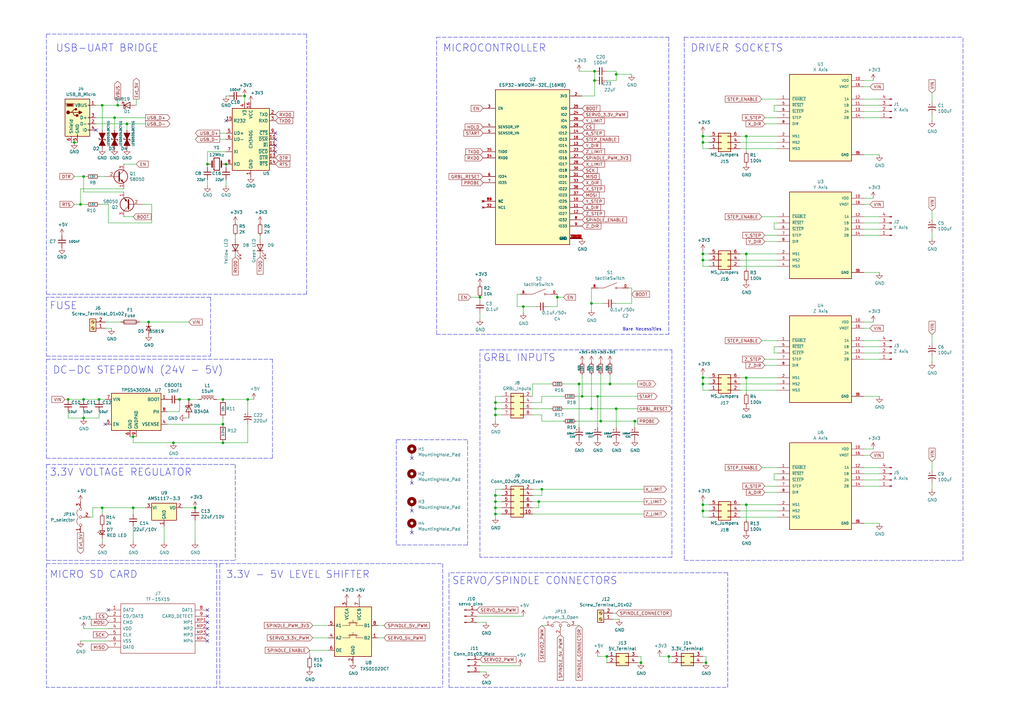
<source format=kicad_sch>
(kicad_sch (version 20211123) (generator eeschema)
  (paper "A3")
  (title_block (title "Onyx CNC Motherboard") (date "2021-09-21") (rev "V1.0") (company "Curious Motor") (comment 1 "Contributors - Siddharth Kothari, Himanshu Vashisht"))
  (junction (at 27.94 163.83))
  (junction (at 246.38 172.72))
  (junction (at 91.44 181.61))
  (junction (at 54.61 208.28))
  (junction (at 101.6 163.83))
  (junction (at 237.49 157.48))
  (junction (at 288.29 104.14))
  (junction (at 260.35 172.72))
  (junction (at 245.11 162.56))
  (junction (at 306.07 154.94))
  (junction (at 243.84 33.02))
  (junction (at 203.2 203.2))
  (junction (at 54.61 179.07))
  (junction (at 203.2 205.74))
  (junction (at 248.92 269.24))
  (junction (at 77.47 163.83))
  (junction (at 238.76 162.56))
  (junction (at 242.57 167.64))
  (junction (at 48.26 43.18))
  (junction (at 242.57 124.46))
  (junction (at 40.64 163.83))
  (junction (at 288.29 154.94))
  (junction (at 306.07 55.88))
  (junction (at 228.6 121.92))
  (junction (at 30.48 58.42))
  (junction (at 91.44 163.83))
  (junction (at 100.33 39.37))
  (junction (at 34.29 163.83))
  (junction (at 203.2 167.64))
  (junction (at 80.01 208.28))
  (junction (at 288.29 209.55))
  (junction (at 34.29 171.45))
  (junction (at 46.99 48.26))
  (junction (at 85.09 67.31))
  (junction (at 262.89 271.78))
  (junction (at 288.29 207.01))
  (junction (at 41.91 208.28))
  (junction (at 222.25 200.66))
  (junction (at 306.07 104.14))
  (junction (at 306.07 207.01))
  (junction (at 41.91 43.18))
  (junction (at 203.2 165.1))
  (junction (at 288.29 106.68))
  (junction (at 252.73 30.48))
  (junction (at 288.29 55.88))
  (junction (at 71.12 181.61))
  (junction (at 52.07 50.8))
  (junction (at 34.29 72.39))
  (junction (at 92.71 67.31))
  (junction (at 73.66 163.83))
  (junction (at 60.96 132.08))
  (junction (at 289.56 271.78))
  (junction (at 203.2 210.82))
  (junction (at 203.2 170.18))
  (junction (at 214.63 125.73))
  (junction (at 250.19 157.48))
  (junction (at 274.32 269.24))
  (junction (at 252.73 167.64))
  (junction (at 288.29 157.48))
  (junction (at 33.02 83.82))
  (junction (at 203.2 208.28))
  (junction (at 220.98 205.74))
  (junction (at 91.44 173.99))
  (junction (at 288.29 58.42))
  (junction (at 196.85 121.92))
  (junction (at 243.84 29.21))
  (no_connect (at 113.03 59.69))
  (no_connect (at 168.91 218.44))
  (no_connect (at 85.09 257.81))
  (no_connect (at 85.09 250.19))
  (no_connect (at 85.09 252.73))
  (no_connect (at 92.71 49.53))
  (no_connect (at 85.09 255.27))
  (no_connect (at 43.18 173.99))
  (no_connect (at 39.37 53.34))
  (no_connect (at 85.09 260.35))
  (no_connect (at 44.45 250.19))
  (no_connect (at 113.03 62.23))
  (no_connect (at 168.91 198.12))
  (no_connect (at 85.09 262.89))
  (no_connect (at 113.03 54.61))
  (no_connect (at 168.91 209.55))
  (no_connect (at 168.91 187.96))
  (no_connect (at 113.03 57.15))
  (wire (pts (xy 54.61 208.28) (xy 59.69 208.28)))
  (wire (pts (xy 360.68 43.18) (xy 354.33 43.18)))
  (wire (pts (xy 92.71 57.15) (xy 90.17 57.15)))
  (polyline (pts (xy 19.05 13.97) (xy 125.73 13.97)))
  (wire (pts (xy 222.25 165.1) (xy 222.25 162.56)))
  (wire (pts (xy 312.42 191.77) (xy 318.77 191.77)))
  (wire (pts (xy 80.01 213.36) (xy 80.01 222.25)))
  (wire (pts (xy 193.04 121.92) (xy 196.85 121.92)))
  (wire (pts (xy 360.68 199.39) (xy 354.33 199.39)))
  (wire (pts (xy 34.29 78.74) (xy 50.8 78.74)))
  (wire (pts (xy 33.02 262.89) (xy 44.45 262.89)))
  (wire (pts (xy 360.68 142.24) (xy 354.33 142.24)))
  (wire (pts (xy 242.57 167.64) (xy 252.73 167.64)))
  (polyline (pts (xy 179.07 137.16) (xy 179.07 15.24)))
  (wire (pts (xy 238.76 153.67) (xy 238.76 162.56)))
  (wire (pts (xy 33.02 83.82) (xy 35.56 83.82)))
  (wire (pts (xy 127 266.7) (xy 134.62 266.7)))
  (wire (pts (xy 62.23 91.44) (xy 62.23 83.82)))
  (wire (pts (xy 252.73 167.64) (xy 261.62 167.64)))
  (wire (pts (xy 238.76 162.56) (xy 245.11 162.56)))
  (wire (pts (xy 318.77 104.14) (xy 306.07 104.14)))
  (polyline (pts (xy 275.59 143.51) (xy 275.59 228.6)))
  (wire (pts (xy 290.83 207.01) (xy 288.29 207.01)))
  (wire (pts (xy 382.27 95.25) (xy 382.27 97.79)))
  (wire (pts (xy 288.29 154.94) (xy 288.29 157.48)))
  (wire (pts (xy 212.09 125.73) (xy 212.09 120.65)))
  (wire (pts (xy 318.77 43.18) (xy 317.5 43.18)))
  (polyline (pts (xy 179.07 137.16) (xy 274.32 137.16)))
  (wire (pts (xy 222.25 162.56) (xy 231.14 162.56)))
  (wire (pts (xy 318.77 142.24) (xy 317.5 142.24)))
  (polyline (pts (xy 162.56 180.34) (xy 162.56 223.52)))
  (wire (pts (xy 354.33 40.64) (xy 360.68 40.64)))
  (wire (pts (xy 60.96 132.08) (xy 77.47 132.08)))
  (wire (pts (xy 312.42 88.9) (xy 318.77 88.9)))
  (wire (pts (xy 288.29 58.42) (xy 288.29 60.96)))
  (wire (pts (xy 252.73 33.02) (xy 252.73 30.48)))
  (wire (pts (xy 382.27 38.1) (xy 382.27 41.91)))
  (wire (pts (xy 382.27 137.16) (xy 382.27 140.97)))
  (wire (pts (xy 318.77 160.02) (xy 303.53 160.02)))
  (polyline (pts (xy 184.15 234.95) (xy 184.15 281.94)))
  (wire (pts (xy 68.58 173.99) (xy 91.44 173.99)))
  (wire (pts (xy 43.18 132.08) (xy 49.53 132.08)))
  (wire (pts (xy 203.2 165.1) (xy 205.74 165.1)))
  (wire (pts (xy 317.5 144.78) (xy 318.77 144.78)))
  (wire (pts (xy 248.92 33.02) (xy 252.73 33.02)))
  (wire (pts (xy 34.29 163.83) (xy 27.94 163.83)))
  (wire (pts (xy 242.57 153.67) (xy 242.57 167.64)))
  (polyline (pts (xy 394.97 229.87) (xy 394.97 15.24)))
  (wire (pts (xy 40.64 171.45) (xy 40.64 168.91)))
  (wire (pts (xy 317.5 45.72) (xy 318.77 45.72)))
  (wire (pts (xy 43.18 134.62) (xy 45.72 134.62)))
  (wire (pts (xy 360.68 194.31) (xy 354.33 194.31)))
  (wire (pts (xy 91.44 163.83) (xy 101.6 163.83)))
  (wire (pts (xy 250.19 153.67) (xy 250.19 157.48)))
  (wire (pts (xy 203.2 167.64) (xy 205.74 167.64)))
  (wire (pts (xy 40.64 163.83) (xy 43.18 163.83)))
  (wire (pts (xy 101.6 163.83) (xy 101.6 168.91)))
  (wire (pts (xy 85.09 67.31) (xy 85.09 68.58)))
  (wire (pts (xy 54.61 88.9) (xy 50.8 88.9)))
  (wire (pts (xy 275.59 271.78) (xy 274.32 271.78)))
  (wire (pts (xy 231.14 121.92) (xy 228.6 121.92)))
  (wire (pts (xy 246.38 153.67) (xy 246.38 172.72)))
  (wire (pts (xy 252.73 175.26) (xy 252.73 167.64)))
  (wire (pts (xy 318.77 55.88) (xy 306.07 55.88)))
  (wire (pts (xy 306.07 55.88) (xy 303.53 55.88)))
  (wire (pts (xy 243.84 29.21) (xy 243.84 33.02)))
  (wire (pts (xy 245.11 162.56) (xy 261.62 162.56)))
  (wire (pts (xy 288.29 212.09) (xy 290.83 212.09)))
  (wire (pts (xy 101.6 163.83) (xy 104.14 163.83)))
  (wire (pts (xy 354.33 134.62) (xy 356.87 134.62)))
  (wire (pts (xy 74.93 208.28) (xy 80.01 208.28)))
  (wire (pts (xy 252.73 30.48) (xy 252.73 29.21)))
  (wire (pts (xy 39.37 43.18) (xy 41.91 43.18)))
  (wire (pts (xy 203.2 205.74) (xy 205.74 205.74)))
  (wire (pts (xy 205.74 208.28) (xy 203.2 208.28)))
  (polyline (pts (xy 280.67 15.24) (xy 394.97 15.24)))
  (wire (pts (xy 243.84 33.02) (xy 243.84 39.37)))
  (wire (pts (xy 318.77 50.8) (xy 313.69 50.8)))
  (wire (pts (xy 303.53 106.68) (xy 318.77 106.68)))
  (polyline (pts (xy 19.05 120.65) (xy 125.73 120.65)))
  (wire (pts (xy 44.45 83.82) (xy 44.45 91.44)))
  (wire (pts (xy 354.33 184.15) (xy 358.14 184.15)))
  (wire (pts (xy 354.33 162.56) (xy 360.68 162.56)))
  (wire (pts (xy 290.83 209.55) (xy 288.29 209.55)))
  (wire (pts (xy 203.2 200.66) (xy 205.74 200.66)))
  (wire (pts (xy 128.27 261.62) (xy 134.62 261.62)))
  (polyline (pts (xy 181.61 231.14) (xy 181.61 281.94)))
  (wire (pts (xy 231.14 167.64) (xy 242.57 167.64)))
  (wire (pts (xy 228.6 120.65) (xy 228.6 121.92)))
  (wire (pts (xy 154.94 261.62) (xy 157.48 261.62)))
  (wire (pts (xy 218.44 167.64) (xy 226.06 167.64)))
  (wire (pts (xy 203.2 165.1) (xy 203.2 162.56)))
  (wire (pts (xy 248.92 271.78) (xy 248.92 269.24)))
  (wire (pts (xy 306.07 207.01) (xy 303.53 207.01)))
  (wire (pts (xy 360.68 96.52) (xy 354.33 96.52)))
  (wire (pts (xy 317.5 196.85) (xy 318.77 196.85)))
  (wire (pts (xy 73.66 163.83) (xy 77.47 163.83)))
  (wire (pts (xy 260.35 172.72) (xy 261.62 172.72)))
  (wire (pts (xy 30.48 83.82) (xy 33.02 83.82)))
  (wire (pts (xy 259.08 30.48) (xy 252.73 30.48)))
  (wire (pts (xy 236.22 172.72) (xy 246.38 172.72)))
  (wire (pts (xy 382.27 189.23) (xy 382.27 193.04)))
  (wire (pts (xy 382.27 198.12) (xy 382.27 200.66)))
  (wire (pts (xy 30.48 72.39) (xy 34.29 72.39)))
  (wire (pts (xy 288.29 106.68) (xy 288.29 109.22)))
  (wire (pts (xy 222.25 172.72) (xy 231.14 172.72)))
  (wire (pts (xy 288.29 271.78) (xy 289.56 271.78)))
  (polyline (pts (xy 19.05 190.5) (xy 19.05 229.87)))
  (wire (pts (xy 354.33 33.02) (xy 358.14 33.02)))
  (polyline (pts (xy 19.05 231.14) (xy 88.9 231.14)))
  (wire (pts (xy 34.29 171.45) (xy 40.64 171.45)))
  (wire (pts (xy 39.37 48.26) (xy 46.99 48.26)))
  (polyline (pts (xy 19.05 187.96) (xy 111.76 187.96)))
  (wire (pts (xy 274.32 269.24) (xy 275.59 269.24)))
  (wire (pts (xy 100.33 39.37) (xy 100.33 41.91)))
  (wire (pts (xy 250.19 157.48) (xy 261.62 157.48)))
  (wire (pts (xy 196.85 273.05) (xy 213.36 273.05)))
  (wire (pts (xy 318.77 99.06) (xy 313.69 99.06)))
  (wire (pts (xy 46.99 48.26) (xy 46.99 53.34)))
  (wire (pts (xy 203.2 170.18) (xy 205.74 170.18)))
  (wire (pts (xy 41.91 208.28) (xy 54.61 208.28)))
  (wire (pts (xy 262.89 269.24) (xy 262.89 271.78)))
  (wire (pts (xy 27.94 168.91) (xy 27.94 171.45)))
  (wire (pts (xy 290.83 55.88) (xy 288.29 55.88)))
  (polyline (pts (xy 275.59 228.6) (xy 196.85 228.6)))
  (wire (pts (xy 354.33 81.28) (xy 358.14 81.28)))
  (wire (pts (xy 236.22 162.56) (xy 238.76 162.56)))
  (wire (pts (xy 237.49 29.21) (xy 243.84 29.21)))
  (wire (pts (xy 195.58 255.27) (xy 199.39 255.27)))
  (polyline (pts (xy 162.56 223.52) (xy 191.77 223.52)))
  (wire (pts (xy 203.2 172.72) (xy 203.2 170.18)))
  (wire (pts (xy 55.88 40.64) (xy 55.88 43.18)))
  (polyline (pts (xy 19.05 147.32) (xy 19.05 187.96)))
  (wire (pts (xy 288.29 269.24) (xy 289.56 269.24)))
  (wire (pts (xy 195.58 252.73) (xy 214.63 252.73)))
  (wire (pts (xy 90.17 54.61) (xy 92.71 54.61)))
  (wire (pts (xy 218.44 200.66) (xy 222.25 200.66)))
  (wire (pts (xy 218.44 157.48) (xy 226.06 157.48)))
  (wire (pts (xy 303.53 209.55) (xy 318.77 209.55)))
  (polyline (pts (xy 88.9 281.94) (xy 19.05 281.94)))
  (polyline (pts (xy 19.05 13.97) (xy 19.05 120.65)))
  (wire (pts (xy 354.33 214.63) (xy 360.68 214.63)))
  (polyline (pts (xy 196.85 143.51) (xy 275.59 143.51)))
  (polyline (pts (xy 90.17 231.14) (xy 90.17 281.94)))
  (wire (pts (xy 106.68 96.52) (xy 106.68 97.79)))
  (wire (pts (xy 96.52 96.52) (xy 96.52 97.79)))
  (wire (pts (xy 317.5 142.24) (xy 317.5 144.78)))
  (wire (pts (xy 270.51 269.24) (xy 274.32 269.24)))
  (wire (pts (xy 222.25 170.18) (xy 222.25 172.72)))
  (wire (pts (xy 128.27 256.54) (xy 134.62 256.54)))
  (wire (pts (xy 203.2 208.28) (xy 203.2 205.74)))
  (wire (pts (xy 57.15 132.08) (xy 60.96 132.08)))
  (wire (pts (xy 354.33 63.5) (xy 360.68 63.5)))
  (wire (pts (xy 354.33 139.7) (xy 360.68 139.7)))
  (wire (pts (xy 205.74 210.82) (xy 203.2 210.82)))
  (wire (pts (xy 288.29 153.67) (xy 288.29 154.94)))
  (wire (pts (xy 44.45 91.44) (xy 62.23 91.44)))
  (wire (pts (xy 218.44 170.18) (xy 222.25 170.18)))
  (wire (pts (xy 318.77 149.86) (xy 313.69 149.86)))
  (wire (pts (xy 203.2 203.2) (xy 203.2 200.66)))
  (wire (pts (xy 290.83 104.14) (xy 288.29 104.14)))
  (wire (pts (xy 68.58 168.91) (xy 73.66 168.91)))
  (wire (pts (xy 71.12 181.61) (xy 91.44 181.61)))
  (wire (pts (xy 382.27 86.36) (xy 382.27 90.17)))
  (wire (pts (xy 85.09 67.31) (xy 85.09 62.23)))
  (wire (pts (xy 313.69 199.39) (xy 318.77 199.39)))
  (wire (pts (xy 288.29 209.55) (xy 288.29 212.09)))
  (wire (pts (xy 382.27 46.99) (xy 382.27 49.53)))
  (wire (pts (xy 354.33 144.78) (xy 360.68 144.78)))
  (polyline (pts (xy 196.85 228.6) (xy 196.85 143.51)))
  (wire (pts (xy 318.77 212.09) (xy 303.53 212.09)))
  (wire (pts (xy 354.33 45.72) (xy 360.68 45.72)))
  (wire (pts (xy 306.07 110.49) (xy 306.07 104.14)))
  (wire (pts (xy 203.2 212.09) (xy 203.2 210.82)))
  (wire (pts (xy 354.33 132.08) (xy 358.14 132.08)))
  (wire (pts (xy 354.33 88.9) (xy 360.68 88.9)))
  (wire (pts (xy 220.98 208.28) (xy 220.98 205.74)))
  (wire (pts (xy 236.22 256.54) (xy 237.49 256.54)))
  (wire (pts (xy 46.99 48.26) (xy 59.69 48.26)))
  (wire (pts (xy 288.29 104.14) (xy 288.29 106.68)))
  (wire (pts (xy 99.06 39.37) (xy 100.33 39.37)))
  (wire (pts (xy 354.33 35.56) (xy 356.87 35.56)))
  (wire (pts (xy 306.07 161.29) (xy 306.07 154.94)))
  (polyline (pts (xy 19.05 146.05) (xy 86.36 146.05)))
  (wire (pts (xy 33.02 77.47) (xy 50.8 77.47)))
  (polyline (pts (xy 298.45 281.94) (xy 298.45 234.95)))
  (wire (pts (xy 261.62 271.78) (xy 262.89 271.78)))
  (wire (pts (xy 34.29 257.81) (xy 44.45 257.81)))
  (wire (pts (xy 312.42 40.64) (xy 318.77 40.64)))
  (wire (pts (xy 290.83 58.42) (xy 288.29 58.42)))
  (wire (pts (xy 196.85 275.59) (xy 199.39 275.59)))
  (wire (pts (xy 92.71 73.66) (xy 92.71 76.2)))
  (wire (pts (xy 218.44 165.1) (xy 222.25 165.1)))
  (wire (pts (xy 318.77 201.93) (xy 313.69 201.93)))
  (wire (pts (xy 360.68 147.32) (xy 354.33 147.32)))
  (wire (pts (xy 85.09 62.23) (xy 92.71 62.23)))
  (wire (pts (xy 73.66 168.91) (xy 73.66 163.83)))
  (wire (pts (xy 238.76 39.37) (xy 243.84 39.37)))
  (polyline (pts (xy 298.45 234.95) (xy 184.15 234.95)))
  (polyline (pts (xy 280.67 229.87) (xy 394.97 229.87)))
  (polyline (pts (xy 86.36 121.92) (xy 19.05 121.92)))
  (wire (pts (xy 219.71 125.73) (xy 214.63 125.73)))
  (wire (pts (xy 54.61 179.07) (xy 54.61 181.61)))
  (wire (pts (xy 52.07 50.8) (xy 59.69 50.8)))
  (wire (pts (xy 36.83 212.09) (xy 38.1 212.09)))
  (wire (pts (xy 218.44 162.56) (xy 218.44 157.48)))
  (wire (pts (xy 313.69 96.52) (xy 318.77 96.52)))
  (wire (pts (xy 77.47 163.83) (xy 81.28 163.83)))
  (wire (pts (xy 252.73 29.21) (xy 248.92 29.21)))
  (wire (pts (xy 312.42 139.7) (xy 318.77 139.7)))
  (wire (pts (xy 313.69 48.26) (xy 318.77 48.26)))
  (wire (pts (xy 290.83 106.68) (xy 288.29 106.68)))
  (wire (pts (xy 34.29 78.74) (xy 34.29 72.39)))
  (wire (pts (xy 317.5 93.98) (xy 318.77 93.98)))
  (polyline (pts (xy 162.56 180.34) (xy 191.77 180.34)))
  (wire (pts (xy 288.29 157.48) (xy 288.29 160.02)))
  (wire (pts (xy 34.29 72.39) (xy 35.56 72.39)))
  (wire (pts (xy 39.37 50.8) (xy 52.07 50.8)))
  (wire (pts (xy 50.8 67.31) (xy 55.88 67.31)))
  (wire (pts (xy 237.49 157.48) (xy 250.19 157.48)))
  (polyline (pts (xy 19.05 190.5) (xy 96.52 190.5)))
  (polyline (pts (xy 88.9 231.14) (xy 88.9 281.94)))
  (wire (pts (xy 101.6 181.61) (xy 91.44 181.61)))
  (wire (pts (xy 354.33 191.77) (xy 360.68 191.77)))
  (wire (pts (xy 242.57 118.11) (xy 242.57 124.46)))
  (polyline (pts (xy 19.05 231.14) (xy 19.05 281.94)))
  (wire (pts (xy 231.14 157.48) (xy 237.49 157.48)))
  (wire (pts (xy 52.07 50.8) (xy 52.07 53.34)))
  (wire (pts (xy 196.85 121.92) (xy 196.85 123.19)))
  (wire (pts (xy 203.2 170.18) (xy 203.2 167.64)))
  (polyline (pts (xy 191.77 223.52) (xy 191.77 180.34)))
  (polyline (pts (xy 19.05 229.87) (xy 96.52 229.87)))
  (wire (pts (xy 306.07 154.94) (xy 303.53 154.94)))
  (wire (pts (xy 218.44 203.2) (xy 222.25 203.2)))
  (wire (pts (xy 224.79 125.73) (xy 228.6 125.73)))
  (wire (pts (xy 251.46 251.46) (xy 252.73 251.46)))
  (wire (pts (xy 220.98 205.74) (xy 264.16 205.74)))
  (polyline (pts (xy 125.73 13.97) (xy 125.73 120.65)))
  (wire (pts (xy 222.25 256.54) (xy 223.52 256.54)))
  (polyline (pts (xy 184.15 281.94) (xy 298.45 281.94)))
  (wire (pts (xy 318.77 207.01) (xy 306.07 207.01)))
  (wire (pts (xy 54.61 215.9) (xy 54.61 222.25)))
  (wire (pts (xy 306.07 213.36) (xy 306.07 207.01)))
  (wire (pts (xy 34.29 168.91) (xy 34.29 171.45)))
  (wire (pts (xy 218.44 208.28) (xy 220.98 208.28)))
  (wire (pts (xy 33.02 83.82) (xy 33.02 77.47)))
  (wire (pts (xy 205.74 203.2) (xy 203.2 203.2)))
  (wire (pts (xy 313.69 147.32) (xy 318.77 147.32)))
  (wire (pts (xy 318.77 109.22) (xy 303.53 109.22)))
  (wire (pts (xy 92.71 39.37) (xy 93.98 39.37)))
  (polyline (pts (xy 19.05 147.32) (xy 111.76 147.32)))
  (wire (pts (xy 54.61 179.07) (xy 55.88 179.07)))
  (polyline (pts (xy 280.67 15.24) (xy 280.67 229.87)))
  (wire (pts (xy 222.25 200.66) (xy 264.16 200.66)))
  (polyline (pts (xy 90.17 281.94) (xy 181.61 281.94)))
  (wire (pts (xy 303.53 157.48) (xy 318.77 157.48)))
  (wire (pts (xy 222.25 203.2) (xy 222.25 200.66)))
  (wire (pts (xy 203.2 167.64) (xy 203.2 165.1)))
  (wire (pts (xy 214.63 125.73) (xy 214.63 128.27)))
  (wire (pts (xy 29.21 58.42) (xy 30.48 58.42)))
  (wire (pts (xy 318.77 194.31) (xy 317.5 194.31)))
  (polyline (pts (xy 274.32 15.24) (xy 274.32 137.16)))
  (wire (pts (xy 212.09 120.65) (xy 213.36 120.65)))
  (wire (pts (xy 288.29 55.88) (xy 288.29 58.42)))
  (wire (pts (xy 290.83 157.48) (xy 288.29 157.48)))
  (wire (pts (xy 289.56 269.24) (xy 289.56 271.78)))
  (wire (pts (xy 245.11 175.26) (xy 245.11 162.56)))
  (wire (pts (xy 101.6 173.99) (xy 101.6 181.61)))
  (wire (pts (xy 290.83 154.94) (xy 288.29 154.94)))
  (polyline (pts (xy 179.07 15.24) (xy 274.32 15.24)))
  (wire (pts (xy 318.77 60.96) (xy 303.53 60.96)))
  (wire (pts (xy 288.29 207.01) (xy 288.29 209.55)))
  (wire (pts (xy 85.09 73.66) (xy 85.09 76.2)))
  (wire (pts (xy 237.49 175.26) (xy 237.49 157.48)))
  (wire (pts (xy 382.27 146.05) (xy 382.27 148.59)))
  (wire (pts (xy 92.71 67.31) (xy 92.71 68.58)))
  (wire (pts (xy 54.61 181.61) (xy 71.12 181.61)))
  (wire (pts (xy 288.29 109.22) (xy 290.83 109.22)))
  (polyline (pts (xy 90.17 231.14) (xy 181.61 231.14)))
  (wire (pts (xy 354.33 83.82) (xy 356.87 83.82)))
  (wire (pts (xy 41.91 210.82) (xy 41.91 208.28)))
  (wire (pts (xy 40.64 83.82) (xy 44.45 83.82)))
  (wire (pts (xy 242.57 124.46) (xy 242.57 127)))
  (wire (pts (xy 317.5 91.44) (xy 317.5 93.98)))
  (wire (pts (xy 288.29 54.61) (xy 288.29 55.88)))
  (wire (pts (xy 246.38 172.72) (xy 260.35 172.72)))
  (polyline (pts (xy 111.76 147.32) (xy 111.76 187.96)))
  (wire (pts (xy 27.94 171.45) (xy 34.29 171.45)))
  (wire (pts (xy 77.47 171.45) (xy 76.2 171.45)))
  (wire (pts (xy 317.5 194.31) (xy 317.5 196.85)))
  (wire (pts (xy 154.94 256.54) (xy 157.48 256.54)))
  (wire (pts (xy 41.91 220.98) (xy 41.91 222.25)))
  (wire (pts (xy 34.29 163.83) (xy 40.64 163.83)))
  (wire (pts (xy 288.29 160.02) (xy 290.83 160.02)))
  (polyline (pts (xy 96.52 190.5) (xy 96.52 229.87)))
  (wire (pts (xy 259.08 118.11) (xy 259.08 124.46)))
  (wire (pts (xy 261.62 269.24) (xy 262.89 269.24)))
  (wire (pts (xy 218.44 205.74) (xy 220.98 205.74)))
  (wire (pts (xy 203.2 210.82) (xy 203.2 208.28)))
  (wire (pts (xy 318.77 154.94) (xy 306.07 154.94)))
  (wire (pts (xy 54.61 210.82) (xy 54.61 208.28)))
  (wire (pts (xy 288.29 205.74) (xy 288.29 207.01)))
  (wire (pts (xy 218.44 210.82) (xy 264.16 210.82)))
  (wire (pts (xy 48.26 40.64) (xy 48.26 43.18)))
  (wire (pts (xy 196.85 128.27) (xy 196.85 130.81)))
  (wire (pts (xy 259.08 118.11) (xy 257.81 118.11)))
  (wire (pts (xy 252.73 124.46) (xy 259.08 124.46)))
  (wire (pts (xy 306.07 104.14) (xy 303.53 104.14)))
  (wire (pts (xy 62.23 83.82) (xy 58.42 83.82)))
  (wire (pts (xy 306.07 62.23) (xy 306.07 55.88)))
  (wire (pts (xy 43.18 72.39) (xy 40.64 72.39)))
  (wire (pts (xy 88.9 163.83) (xy 91.44 163.83)))
  (wire (pts (xy 354.33 93.98) (xy 360.68 93.98)))
  (wire (pts (xy 245.11 269.24) (xy 248.92 269.24)))
  (wire (pts (xy 251.46 254) (xy 254 254)))
  (polyline (pts (xy 86.36 121.92) (xy 86.36 146.05)))
  (wire (pts (xy 41.91 43.18) (xy 41.91 53.34)))
  (wire (pts (xy 26.67 163.83) (xy 27.94 163.83)))
  (wire (pts (xy 360.68 48.26) (xy 354.33 48.26)))
  (wire (pts (xy 247.65 124.46) (xy 242.57 124.46)))
  (wire (pts (xy 360.68 91.44) (xy 354.33 91.44)))
  (wire (pts (xy 203.2 162.56) (xy 205.74 162.56)))
  (wire (pts (xy 38.1 212.09) (xy 38.1 208.28)))
  (wire (pts (xy 354.33 196.85) (xy 360.68 196.85)))
  (wire (pts (xy 127 269.24) (xy 127 266.7)))
  (wire (pts (xy 354.33 111.76) (xy 360.68 111.76)))
  (wire (pts (xy 354.33 186.69) (xy 356.87 186.69)))
  (wire (pts (xy 30.48 58.42) (xy 31.75 58.42)))
  (wire (pts (xy 91.44 171.45) (xy 91.44 173.99)))
  (wire (pts (xy 41.91 43.18) (xy 48.26 43.18)))
  (polyline (pts (xy 19.05 121.92) (xy 19.05 146.05)))
  (wire (pts (xy 214.63 125.73) (xy 212.09 125.73)))
  (wire (pts (xy 67.31 215.9) (xy 67.31 222.25)))
  (wire (pts (xy 38.1 208.28) (xy 41.91 208.28)))
  (wire (pts (xy 317.5 43.18) (xy 317.5 45.72)))
  (wire (pts (xy 203.2 205.74) (xy 203.2 203.2)))
  (wire (pts (xy 303.53 58.42) (xy 318.77 58.42)))
  (wire (pts (xy 288.29 102.87) (xy 288.29 104.14)))
  (wire (pts (xy 318.77 91.44) (xy 317.5 91.44)))
  (wire (pts (xy 288.29 60.96) (xy 290.83 60.96)))
  (wire (pts (xy 53.34 179.07) (xy 54.61 179.07)))
  (wire (pts (xy 228.6 125.73) (xy 228.6 121.92)))
  (wire (pts (xy 274.32 271.78) (xy 274.32 269.24)))
  (wire (pts (xy 260.35 175.26) (xy 260.35 172.72)))
  (text "DRIVER SOCKETS" (at 283.21 21.59 0) (effects (font (size 2.9972 2.9972)) (justify left bottom)))
  (text "Bare Necessities" (at 255.27 135.89 0) (effects (font (size 1.27 1.27)) (justify left bottom)))
  (text "3.3V VOLTAGE REGULATOR" (at 20.32 195.58 0) (effects (font (size 2.9972 2.9972)) (justify left bottom)))
  (text "FUSE\n\n" (at 20.32 132.08 0) (effects (font (size 2.9972 2.9972)) (justify left bottom)))
  (text "SERVO/SPINDLE CONNECTORS" (at 185.42 240.03 0) (effects (font (size 2.9972 2.9972)) (justify left bottom)))
  (text "3.3V - 5V LEVEL SHIFTER" (at 92.71 237.49 0) (effects (font (size 2.9972 2.9972)) (justify left bottom)))
  (text "MICRO SD CARD" (at 20.32 237.49 0) (effects (font (size 2.9972 2.9972)) (justify left bottom)))
  (text "MICROCONTROLLER" (at 181.61 21.59 0) (effects (font (size 2.9972 2.9972)) (justify left bottom)))
  (text "DC-DC STEPDOWN (24V - 5V)" (at 21.59 153.67 0) (effects (font (size 2.9972 2.9972)) (justify left bottom)))
  (text "USB-UART BRIDGE\n" (at 22.86 21.59 0) (effects (font (size 2.9972 2.9972)) (justify left bottom)))
  (text "GRBL INPUTS\n" (at 198.12 148.59 0) (effects (font (size 2.9972 2.9972)) (justify left bottom)))
  (global_label "A_DIR" (shape input) (at 313.69 201.93 180) (property "Intersheet References" "${INTERSHEET_REFS}" (effects hide)))
  (global_label "GRBL_RESET" (shape input) (at 198.12 72.39 180) (property "Intersheet References" "${INTERSHEET_REFS}" (effects hide)))
  (global_label "X_LIMIT" (shape input) (at 238.76 67.31 0) (property "Intersheet References" "${INTERSHEET_REFS}" (effects hide)))
  (global_label "USB_D-" (shape output) (at 90.17 57.15 180) (property "Intersheet References" "${INTERSHEET_REFS}" (effects hide)))
  (global_label "GRBL_RESET" (shape output) (at 261.62 167.64 0) (property "Intersheet References" "${INTERSHEET_REFS}" (effects hide)))
  (global_label "X_LIMIT" (shape output) (at 264.16 200.66 0) (property "Intersheet References" "${INTERSHEET_REFS}" (effects hide)))
  (global_label "BOOT" (shape input) (at 54.61 88.9 0) (property "Intersheet References" "${INTERSHEET_REFS}" (effects hide)))
  (global_label "Y_STEP" (shape input) (at 238.76 82.55 0) (property "Intersheet References" "${INTERSHEET_REFS}" (effects hide)))
  (global_label "USB_D+" (shape output) (at 59.69 48.26 0) (property "Intersheet References" "${INTERSHEET_REFS}" (effects hide)))
  (global_label "A_STEP" (shape input) (at 313.69 199.39 180) (property "Intersheet References" "${INTERSHEET_REFS}" (effects hide)))
  (global_label "RXD0" (shape input) (at 198.12 64.77 180) (property "Intersheet References" "${INTERSHEET_REFS}" (effects hide)))
  (global_label "STEP_ENABLE" (shape input) (at 238.76 57.15 0) (property "Intersheet References" "${INTERSHEET_REFS}" (effects hide)))
  (global_label "STEP_ENABLE" (shape input) (at 312.42 191.77 180) (property "Intersheet References" "${INTERSHEET_REFS}" (effects hide)))
  (global_label "EN" (shape input) (at 231.14 121.92 0) (property "Intersheet References" "${INTERSHEET_REFS}" (effects hide)))
  (global_label "SERVO_3.3V_PWM" (shape input) (at 128.27 261.62 180) (property "Intersheet References" "${INTERSHEET_REFS}" (effects hide)))
  (global_label "VBUS" (shape output) (at 48.26 40.64 90) (property "Intersheet References" "${INTERSHEET_REFS}" (effects hide)))
  (global_label "STEP_ENABLE" (shape input) (at 312.42 88.9 180) (property "Intersheet References" "${INTERSHEET_REFS}" (effects hide)))
  (global_label "STEP_ENABLE" (shape input) (at 312.42 139.7 180) (property "Intersheet References" "${INTERSHEET_REFS}" (effects hide)))
  (global_label "VIN" (shape input) (at 356.87 35.56 0) (property "Intersheet References" "${INTERSHEET_REFS}" (effects hide)))
  (global_label "SPINDLE_5V_PWM" (shape input) (at 157.48 256.54 0) (property "Intersheet References" "${INTERSHEET_REFS}" (effects hide)))
  (global_label "DTR" (shape input) (at 30.48 72.39 180) (property "Intersheet References" "${INTERSHEET_REFS}" (effects hide)))
  (global_label "EN" (shape input) (at 198.12 44.45 180) (property "Intersheet References" "${INTERSHEET_REFS}" (effects hide)))
  (global_label "MOSI" (shape input) (at 238.76 80.01 0) (property "Intersheet References" "${INTERSHEET_REFS}" (effects hide)))
  (global_label "Z_DIR" (shape input) (at 313.69 149.86 180) (property "Intersheet References" "${INTERSHEET_REFS}" (effects hide)))
  (global_label "EN" (shape input) (at 55.88 67.31 0) (property "Intersheet References" "${INTERSHEET_REFS}" (effects hide)))
  (global_label "A_STEP" (shape input) (at 238.76 54.61 0) (property "Intersheet References" "${INTERSHEET_REFS}" (effects hide)))
  (global_label "VIN" (shape input) (at 26.67 163.83 180) (property "Intersheet References" "${INTERSHEET_REFS}" (effects hide)))
  (global_label "PROBE" (shape output) (at 261.62 172.72 0) (property "Intersheet References" "${INTERSHEET_REFS}" (effects hide)))
  (global_label "SPINDLE_ENABLE" (shape input) (at 238.76 90.17 0) (property "Intersheet References" "${INTERSHEET_REFS}" (effects hide)))
  (global_label "EN" (shape input) (at 193.04 121.92 180) (property "Intersheet References" "${INTERSHEET_REFS}" (effects hide)))
  (global_label "RXD0" (shape input) (at 113.03 46.99 0) (property "Intersheet References" "${INTERSHEET_REFS}" (effects hide)))
  (global_label "SERVO_5V_PWM" (shape input) (at 157.48 261.62 0) (property "Intersheet References" "${INTERSHEET_REFS}" (effects hide)))
  (global_label "SERVO_5V_PWM" (shape input) (at 195.58 250.19 0) (property "Intersheet References" "${INTERSHEET_REFS}" (effects hide)))
  (global_label "USB_D-" (shape output) (at 59.69 50.8 0) (property "Intersheet References" "${INTERSHEET_REFS}" (effects hide)))
  (global_label "MISO" (shape input) (at 238.76 72.39 0) (property "Intersheet References" "${INTERSHEET_REFS}" (effects hide)))
  (global_label "Z_LIMIT" (shape output) (at 264.16 210.82 0) (property "Intersheet References" "${INTERSHEET_REFS}" (effects hide)))
  (global_label "Z_STEP" (shape input) (at 313.69 147.32 180) (property "Intersheet References" "${INTERSHEET_REFS}" (effects hide)))
  (global_label "X_DIR" (shape input) (at 313.69 50.8 180) (property "Intersheet References" "${INTERSHEET_REFS}" (effects hide)))
  (global_label "Ext_5V" (shape output) (at 33.02 218.44 270) (property "Intersheet References" "${INTERSHEET_REFS}" (effects hide)))
  (global_label "VIN" (shape input) (at 356.87 186.69 0) (property "Intersheet References" "${INTERSHEET_REFS}" (effects hide)))
  (global_label "START" (shape input) (at 198.12 54.61 180) (property "Intersheet References" "${INTERSHEET_REFS}" (effects hide)))
  (global_label "SERVO_3.3V_PWM" (shape input) (at 238.76 46.99 0) (property "Intersheet References" "${INTERSHEET_REFS}" (effects hide)))
  (global_label "TXD0" (shape input) (at 113.03 49.53 0) (property "Intersheet References" "${INTERSHEET_REFS}" (effects hide)))
  (global_label "VIN" (shape input) (at 356.87 134.62 0) (property "Intersheet References" "${INTERSHEET_REFS}" (effects hide)))
  (global_label "Y_LIMIT" (shape output) (at 264.16 205.74 0) (property "Intersheet References" "${INTERSHEET_REFS}" (effects hide)))
  (global_label "SPINDLE_PWM_3V3" (shape input) (at 128.27 256.54 180) (property "Intersheet References" "${INTERSHEET_REFS}" (effects hide)))
  (global_label "HOLD" (shape input) (at 198.12 52.07 180) (property "Intersheet References" "${INTERSHEET_REFS}" (effects hide)))
  (global_label "VIN" (shape input) (at 382.27 137.16 90) (property "Intersheet References" "${INTERSHEET_REFS}" (effects hide)))
  (global_label "SCK" (shape input) (at 238.76 69.85 0) (property "Intersheet References" "${INTERSHEET_REFS}" (effects hide)))
  (global_label "RTS" (shape input) (at 30.48 83.82 180) (property "Intersheet References" "${INTERSHEET_REFS}" (effects hide)))
  (global_label "VIN" (shape input) (at 382.27 38.1 90) (property "Intersheet References" "${INTERSHEET_REFS}" (effects hide)))
  (global_label "Y_LIMIT" (shape input) (at 238.76 49.53 0) (property "Intersheet References" "${INTERSHEET_REFS}" (effects hide)))
  (global_label "Z_LIMIT" (shape input) (at 238.76 62.23 0) (property "Intersheet References" "${INTERSHEET_REFS}" (effects hide)))
  (global_label "BOOT" (shape input) (at 238.76 44.45 0) (property "Intersheet References" "${INTERSHEET_REFS}" (effects hide)))
  (global_label "SPINDLE_CONNECTOR" (shape input) (at 252.73 251.46 0) (property "Intersheet References" "${INTERSHEET_REFS}" (effects hide)))
  (global_label "STEP_ENABLE" (shape input) (at 312.42 40.64 180) (property "Intersheet References" "${INTERSHEET_REFS}" (effects hide)))
  (global_label "Ext_5V" (shape output) (at 55.88 40.64 90) (property "Intersheet References" "${INTERSHEET_REFS}" (effects hide)))
  (global_label "X_STEP" (shape input) (at 238.76 77.47 0) (property "Intersheet References" "${INTERSHEET_REFS}" (effects hide)))
  (global_label "Z_STEP" (shape input) (at 238.76 87.63 0) (property "Intersheet References" "${INTERSHEET_REFS}" (effects hide)))
  (global_label "CS" (shape input) (at 238.76 52.07 0) (property "Intersheet References" "${INTERSHEET_REFS}" (effects hide)))
  (global_label "VIN" (shape input) (at 382.27 189.23 90) (property "Intersheet References" "${INTERSHEET_REFS}" (effects hide)))
  (global_label "SCK" (shape input) (at 44.45 260.35 180) (property "Intersheet References" "${INTERSHEET_REFS}" (effects hide)))
  (global_label "DTR" (shape input) (at 113.03 64.77 0) (property "Intersheet References" "${INTERSHEET_REFS}" (effects hide)))
  (global_label "RXD0" (shape input) (at 96.52 105.41 270) (property "Intersheet References" "${INTERSHEET_REFS}" (effects hide)))
  (global_label "A_DIR" (shape input) (at 238.76 85.09 0) (property "Intersheet References" "${INTERSHEET_REFS}" (effects hide)))
  (global_label "SPINDLE_PWM_3V3" (shape input) (at 238.76 64.77 0) (property "Intersheet References" "${INTERSHEET_REFS}" (effects hide)))
  (global_label "BOOT" (shape input) (at 259.08 120.65 0) (property "Intersheet References" "${INTERSHEET_REFS}" (effects hide)))
  (global_label "VIN" (shape input) (at 77.47 132.08 0) (property "Intersheet References" "${INTERSHEET_REFS}" (effects hide)))
  (global_label "TXD0" (shape input) (at 198.12 62.23 180) (property "Intersheet References" "${INTERSHEET_REFS}" (effects hide)))
  (global_label "X_STEP" (shape input) (at 313.69 48.26 180) (property "Intersheet References" "${INTERSHEET_REFS}" (effects hide)))
  (global_label "VIN" (shape input) (at 382.27 86.36 90) (property "Intersheet References" "${INTERSHEET_REFS}" (effects hide)))
  (global_label "RTS" (shape input) (at 113.03 67.31 0) (property "Intersheet References" "${INTERSHEET_REFS}" (effects hide)))
  (global_label "MOSI" (shape input) (at 44.45 255.27 180) (property "Intersheet References" "${INTERSHEET_REFS}" (effects hide)))
  (global_label "PROBE" (shape input) (at 198.12 74.93 180) (property "Intersheet References" "${INTERSHEET_REFS}" (effects hide)))
  (global_label "START" (shape output) (at 261.62 162.56 0) (property "Intersheet References" "${INTERSHEET_REFS}" (effects hide)))
  (global_label "USB_D+" (shape output) (at 90.17 54.61 180) (property "Intersheet References" "${INTERSHEET_REFS}" (effects hide)))
  (global_label "SERVO2_PWM" (shape input) (at 196.85 270.51 0) (property "Intersheet References" "${INTERSHEET_REFS}" (effects hide)))
  (global_label "MISO" (shape input) (at 44.45 265.43 180) (property "Intersheet References" "${INTERSHEET_REFS}" (effects hide)))
  (global_label "VIN" (shape input) (at 356.87 83.82 0) (property "Intersheet References" "${INTERSHEET_REFS}" (effects hide)))
  (global_label "SPINDLE_ENABLE" (shape input) (at 127 266.7 180) (property "Intersheet References" "${INTERSHEET_REFS}" (effects hide)))
  (global_label "HOLD" (shape output) (at 261.62 157.48 0) (property "Intersheet References" "${INTERSHEET_REFS}" (effects hide)))
  (global_label "TXD0" (shape input) (at 106.68 105.41 270) (property "Intersheet References" "${INTERSHEET_REFS}" (effects hide)))
  (global_label "Y_STEP" (shape input) (at 313.69 96.52 180) (property "Intersheet References" "${INTERSHEET_REFS}" (effects hide)))
  (global_label "CS" (shape input) (at 44.45 252.73 180) (property "Intersheet References" "${INTERSHEET_REFS}" (effects hide)))
  (global_label "Y_DIR" (shape input) (at 238.76 59.69 0) (property "Intersheet References" "${INTERSHEET_REFS}" (effects hide)))
  (global_label "X_DIR" (shape input) (at 238.76 74.93 0) (property "Intersheet References" "${INTERSHEET_REFS}" (effects hide)))
  (global_label "Z_DIR" (shape input) (at 238.76 92.71 0) (property "Intersheet References" "${INTERSHEET_REFS}" (effects hide)))
  (global_label "SERVO2_PWM" (shape input) (at 222.25 256.54 270) (property "Intersheet References" "${INTERSHEET_REFS}" (effects hide)))
  (global_label "Y_DIR" (shape input) (at 313.69 99.06 180) (property "Intersheet References" "${INTERSHEET_REFS}" (effects hide)))
  (global_label "SPINDLE_5V_PWM" (shape input) (at 229.87 260.35 270) (property "Intersheet References" "${INTERSHEET_REFS}" (effects hide)))
  (global_label "SPINDLE_CONNECTOR" (shape input) (at 237.49 256.54 270) (property "Intersheet References" "${INTERSHEET_REFS}" (effects hide)))
  (symbol (lib_id "Regulator_Switching:TPS5430DDA") (at 55.88 168.91 0) (unit 1)
    (property "Reference" "U7" (at 64.77 160.02 0))
    (property "Value" "TPS5430DDA" (at 55.88 160.02 0))
    (property "Footprint" "Package_SO:TI_SO-PowerPAD-8_ThermalVias" (effects hide))
    (property "Datasheet" "http://www.ti.com/lit/ds/symlink/tps5430.pdf" (effects hide))
  )
  (symbol (lib_id "Device:C_Small") (at 27.94 166.37 180) (unit 1)
    (property "Reference" "C10" (at 29.21 165.1 0) (effects (justify right)))
    (property "Value" "10uF" (at 27.94 168.91 0) (effects (font (size 0.9906 0.9906)) (justify right)))
    (property "Footprint" "Capacitor_SMD:C_0805_2012Metric" (effects hide))
  )
  (symbol (lib_id "Device:C_Small") (at 71.12 163.83 90) (unit 1)
    (property "Reference" "CBOOT1" (at 71.12 158.0134 90))
    (property "Value" "10nF" (at 71.12 160.3248 90))
    (property "Footprint" "Capacitor_SMD:C_0603_1608Metric" (effects hide))
  )
  (symbol (lib_id "Device:R") (at 91.44 167.64 0) (unit 1)
    (property "Reference" "R11" (at 92.71 167.64 0) (effects (justify left)))
    (property "Value" "10k" (at 91.44 168.91 90) (effects (font (size 0.7874 0.7874) bold) (justify left)))
    (property "Footprint" "Resistor_SMD:R_0805_2012Metric" (effects hide))
  )
  (symbol (lib_id "Device:R") (at 91.44 177.8 0) (unit 1)
    (property "Reference" "R12" (at 93.218 176.6316 0) (effects (justify left)))
    (property "Value" "3.24k" (at 91.44 179.07 90) (effects (font (size 0.8128 0.8128) bold) (justify left)))
    (property "Footprint" "Resistor_SMD:R_0805_2012Metric" (effects hide))
  )
  (symbol (lib_id "power:GND") (at 71.12 181.61 0) (unit 1)
    (property "Reference" "#PWR042" (effects hide))
    (property "Value" "GND" (at 71.247 186.0042 0))
  )
  (symbol (lib_id "Device:CP1_Small") (at 101.6 171.45 0) (unit 1)
    (property "Reference" "C22" (at 103.9114 170.2816 0) (effects (justify left)))
    (property "Value" "220uF" (at 103.9114 172.593 0) (effects (justify left)))
    (property "Footprint" "Capacitor_SMD:CP_Elec_8x10" (effects hide))
  )
  (symbol (lib_id "Device:D_Schottky") (at 77.47 167.64 270) (unit 1)
    (property "Reference" "D6" (at 79.502 166.4716 90) (effects (justify left)))
    (property "Value" "B340A" (at 79.502 168.783 90) (effects (justify left)))
    (property "Footprint" "Diode_SMD:D_SMA" (effects hide))
    (property "Datasheet" "https://jlcpcb.com/parts/componentSearch?isSearch=true&searchTxt=b340a" (effects hide))
  )
  (symbol (lib_id "power:GND") (at 76.2 171.45 270) (unit 1)
    (property "Reference" "#PWR041" (effects hide))
    (property "Value" "GND" (at 72.9488 171.577 90) (effects (justify right)))
  )
  (symbol (lib_id "Device:C_Small") (at 34.29 166.37 180) (unit 1)
    (property "Reference" "C11" (at 35.56 165.1 0) (effects (justify right)))
    (property "Value" "10uF" (at 34.29 168.91 0) (effects (font (size 0.9906 0.9906)) (justify right)))
    (property "Footprint" "Capacitor_SMD:C_0805_2012Metric" (effects hide))
  )
  (symbol (lib_id "Device:C_Small") (at 40.64 166.37 180) (unit 1)
    (property "Reference" "C12" (at 41.91 165.1 0) (effects (justify right)))
    (property "Value" "10uF" (at 40.64 168.91 0) (effects (font (size 0.9906 0.9906)) (justify right)))
    (property "Footprint" "Capacitor_SMD:C_0805_2012Metric" (effects hide))
  )
  (symbol (lib_id "power:GND") (at 34.29 171.45 0) (unit 1)
    (property "Reference" "#PWR040" (effects hide))
    (property "Value" "GND" (at 34.417 175.8442 0))
  )
  (symbol (lib_id "Device:L_Core_Iron") (at 85.09 163.83 90) (unit 1)
    (property "Reference" "L1" (at 85.09 158.115 90))
    (property "Value" "15uH" (at 85.09 160.4264 90))
    (property "Footprint" "TMC:SWRH1207B" (effects hide))
    (property "JLCPCB" "C115137" (effects hide))
  )
  (symbol (lib_id "Device:Fuse") (at 53.34 132.08 90) (unit 1)
    (property "Reference" "F1" (at 53.34 127.0762 90))
    (property "Value" "Fuse" (at 53.34 129.3876 90))
    (property "Footprint" "Resistor_THT:R_Axial_DIN0414_L11.9mm_D4.5mm_P20.32mm_Horizontal" (effects hide))
  )
  (symbol (lib_id "Device:D_Small") (at 60.96 134.62 270) (unit 1)
    (property "Reference" "D5" (at 59.182 135.7884 90) (effects (justify right)))
    (property "Value" "B5819" (at 67.31 135.89 90) (effects (justify right)))
    (property "Footprint" "Diode_SMD:D_SOD-123" (effects hide))
  )
  (symbol (lib_id "power:GND") (at 60.96 137.16 0) (unit 1)
    (property "Reference" "#PWR037" (effects hide))
    (property "Value" "GND" (at 61.087 141.5542 0))
  )
  (symbol (lib_id "Connector:Screw_Terminal_01x02") (at 38.1 134.62 180) (unit 1)
    (property "Reference" "J6" (at 40.1828 126.365 0))
    (property "Value" "Screw_Terminal_01x02" (at 40.1828 128.6764 0))
    (property "Footprint" "TerminalBlock:TerminalBlock_bornier-2_P5.08mm" (effects hide))
  )
  (symbol (lib_id "power:GND") (at 45.72 134.62 0) (unit 1)
    (property "Reference" "#PWR035" (effects hide))
    (property "Value" "GND" (at 45.847 139.0142 0))
  )
  (symbol (lib_id "polulu_driver_symbol:A4988_STEPPER_MOTOR_DRIVER_CARRIER") (at 336.55 48.26 0) (unit 1)
    (property "Reference" "U1" (at 336.55 26.2382 0))
    (property "Value" "X Axis" (at 336.55 28.5496 0))
    (property "Footprint" "TMC:MODULE_A4988_STEPPER_MOTOR_DRIVER_CARRIER" (effects hide))
    (property "PACKAGE" "None" (effects hide))
    (property "DESCRIPTION" "Stepper motor controler; IC: A4988; 1A; Uin mot: 8÷35V" (effects hide))
    (property "MP" "A4988 STEPPER MOTOR DRIVER CARRIER" (effects hide))
    (property "MF" "Pololu" (effects hide))
    (property "PRICE" "None" (effects hide))
    (property "AVAILABILITY" "Unavailable" (effects hide))
  )
  (symbol (lib_id "power:+5V") (at 104.14 163.83 0) (unit 1)
    (property "Reference" "#PWR039" (effects hide))
    (property "Value" "+5V" (at 104.521 159.4358 0))
  )
  (symbol (lib_id "Device:D_Schottky") (at 52.07 43.18 0) (unit 1)
    (property "Reference" "D1" (at 50.8 45.72 0) (effects (justify left)))
    (property "Value" "B5819" (at 46.99 40.64 0) (effects (justify left)))
    (property "Footprint" "Diode_SMD:D_SOD-123" (effects hide))
    (property "Datasheet" "https://www.diodes.com/assets/Datasheets/ds30923.pdf" (effects hide))
  )
  (symbol (lib_id "power:+3.3V") (at 358.14 33.02 0) (unit 1)
    (property "Reference" "#PWR01" (effects hide))
    (property "Value" "+3.3V" (at 358.521 28.6258 0))
  )
  (symbol (lib_id "power:+3.3V") (at 288.29 54.61 0) (unit 1)
    (property "Reference" "#PWR03" (effects hide))
    (property "Value" "+3.3V" (at 288.671 50.2158 0))
  )
  (symbol (lib_id "Connector:Conn_01x04_Male") (at 365.76 45.72 180) (unit 1)
    (property "Reference" "J1" (at 366.4712 42.7228 0) (effects (justify right)))
    (property "Value" "X Axis" (at 366.4712 45.0342 0) (effects (justify right)))
    (property "Footprint" "Connector_PinHeader_2.54mm:PinHeader_1x04_P2.54mm_Vertical" (effects hide))
  )
  (symbol (lib_id "Device:R_Small") (at 306.07 64.77 0) (unit 1)
    (property "Reference" "R1" (at 307.5686 63.6016 0) (effects (justify left)))
    (property "Value" "100k" (at 307.5686 65.913 0) (effects (justify left)))
    (property "Footprint" "Resistor_SMD:R_0603_1608Metric" (effects hide))
    (property "JLCPCB" "C25803" (effects hide))
  )
  (symbol (lib_id "power:GND") (at 306.07 67.31 0) (unit 1)
    (property "Reference" "#PWR06" (effects hide))
    (property "Value" "GND" (at 306.197 71.7042 0))
  )
  (symbol (lib_id "power:GND") (at 360.68 63.5 0) (unit 1)
    (property "Reference" "#PWR05" (effects hide))
    (property "Value" "GND" (at 360.807 67.8942 0))
  )
  (symbol (lib_id "Device:CP1_Small") (at 382.27 44.45 0) (unit 1)
    (property "Reference" "C1" (at 384.5814 43.2816 0) (effects (justify left)))
    (property "Value" "100uF" (at 384.5814 45.593 0) (effects (justify left)))
    (property "Footprint" "Capacitor_SMD:CP_Elec_6.3x7.7" (effects hide))
  )
  (symbol (lib_id "power:GND") (at 382.27 49.53 0) (unit 1)
    (property "Reference" "#PWR02" (effects hide))
    (property "Value" "GND" (at 382.397 53.9242 0))
  )
  (symbol (lib_id "Device:R_Small") (at 38.1 72.39 90) (unit 1)
    (property "Reference" "R8" (at 39.37 74.93 90) (effects (justify left)))
    (property "Value" "10K" (at 39.37 72.39 90) (effects (font (size 0.889 0.889)) (justify left)))
    (property "Footprint" "Resistor_SMD:R_0805_2012Metric" (effects hide))
  )
  (symbol (lib_id "Device:R_Small") (at 38.1 83.82 90) (unit 1)
    (property "Reference" "R10" (at 39.37 86.36 90) (effects (justify left)))
    (property "Value" "10K" (at 39.37 83.82 90) (effects (font (size 0.889 0.889)) (justify left)))
    (property "Footprint" "Resistor_SMD:R_0805_2012Metric" (effects hide))
  )
  (symbol (lib_id "polulu_driver_symbol:A4988_STEPPER_MOTOR_DRIVER_CARRIER") (at 336.55 199.39 0) (unit 1)
    (property "Reference" "U6" (at 336.55 177.3682 0))
    (property "Value" "A Axis" (at 336.55 179.6796 0))
    (property "Footprint" "TMC:MODULE_A4988_STEPPER_MOTOR_DRIVER_CARRIER" (effects hide))
    (property "PACKAGE" "None" (effects hide))
    (property "DESCRIPTION" "Stepper motor controler; IC: A4988; 1A; Uin mot: 8÷35V" (effects hide))
    (property "MP" "A4988 STEPPER MOTOR DRIVER CARRIER" (effects hide))
    (property "MF" "Pololu" (effects hide))
    (property "PRICE" "None" (effects hide))
    (property "AVAILABILITY" "Unavailable" (effects hide))
  )
  (symbol (lib_id "power:+3.3V") (at 358.14 184.15 0) (unit 1)
    (property "Reference" "#PWR030" (effects hide))
    (property "Value" "+3.3V" (at 358.521 179.7558 0))
  )
  (symbol (lib_id "Connector:Conn_01x04_Male") (at 365.76 196.85 180) (unit 1)
    (property "Reference" "J5" (at 366.4712 193.8528 0) (effects (justify right)))
    (property "Value" "A Axis" (at 366.4712 196.1642 0) (effects (justify right)))
    (property "Footprint" "Connector_PinHeader_2.54mm:PinHeader_1x04_P2.54mm_Vertical" (effects hide))
  )
  (symbol (lib_id "Device:R_Small") (at 306.07 215.9 0) (unit 1)
    (property "Reference" "R13" (at 307.5686 214.7316 0) (effects (justify left)))
    (property "Value" "100k" (at 307.5686 217.043 0) (effects (justify left)))
    (property "Footprint" "Resistor_SMD:R_0603_1608Metric" (effects hide))
  )
  (symbol (lib_id "power:GND") (at 306.07 218.44 0) (unit 1)
    (property "Reference" "#PWR036" (effects hide))
    (property "Value" "GND" (at 306.197 222.8342 0))
  )
  (symbol (lib_id "power:GND") (at 360.68 214.63 0) (unit 1)
    (property "Reference" "#PWR034" (effects hide))
    (property "Value" "GND" (at 360.807 219.0242 0))
  )
  (symbol (lib_id "Device:CP1_Small") (at 382.27 195.58 0) (unit 1)
    (property "Reference" "C9" (at 384.5814 194.4116 0) (effects (justify left)))
    (property "Value" "100uF" (at 384.5814 196.723 0) (effects (justify left)))
    (property "Footprint" "Capacitor_SMD:CP_Elec_6.3x7.7" (effects hide))
  )
  (symbol (lib_id "power:GND") (at 382.27 200.66 0) (unit 1)
    (property "Reference" "#PWR032" (effects hide))
    (property "Value" "GND" (at 382.397 205.0542 0))
  )
  (symbol (lib_id "Connector:USB_B_Micro") (at 31.75 48.26 0) (unit 1)
    (property "Reference" "J4" (at 33.1978 36.3982 0))
    (property "Value" "USB_B_Micro" (at 33.1978 38.7096 0))
    (property "Footprint" "Connector_USB:USB_Micro-B_Amphenol_10118194_Horizontal" (effects hide))
    (property "JLCPCB" "C132563" (effects hide))
  )
  (symbol (lib_id "polulu_driver_symbol:A4988_STEPPER_MOTOR_DRIVER_CARRIER") (at 336.55 96.52 0) (unit 1)
    (property "Reference" "U3" (at 336.55 74.4982 0))
    (property "Value" "Y Axis" (at 336.55 76.8096 0))
    (property "Footprint" "TMC:MODULE_A4988_STEPPER_MOTOR_DRIVER_CARRIER" (effects hide))
    (property "PACKAGE" "None" (effects hide))
    (property "DESCRIPTION" "Stepper motor controler; IC: A4988; 1A; Uin mot: 8÷35V" (effects hide))
    (property "MP" "A4988 STEPPER MOTOR DRIVER CARRIER" (effects hide))
    (property "MF" "Pololu" (effects hide))
    (property "PRICE" "None" (effects hide))
    (property "AVAILABILITY" "Unavailable" (effects hide))
  )
  (symbol (lib_id "power:+3.3V") (at 358.14 81.28 0) (unit 1)
    (property "Reference" "#PWR08" (effects hide))
    (property "Value" "+3.3V" (at 358.521 76.8858 0))
  )
  (symbol (lib_id "Connector:Conn_01x04_Male") (at 365.76 93.98 180) (unit 1)
    (property "Reference" "J2" (at 366.4712 90.9828 0) (effects (justify right)))
    (property "Value" "Y Axis" (at 366.4712 93.2942 0) (effects (justify right)))
    (property "Footprint" "Connector_PinHeader_2.54mm:PinHeader_1x04_P2.54mm_Vertical" (effects hide))
  )
  (symbol (lib_id "Device:R_Small") (at 306.07 113.03 0) (unit 1)
    (property "Reference" "R3" (at 307.5686 111.8616 0) (effects (justify left)))
    (property "Value" "100k" (at 307.5686 114.173 0) (effects (justify left)))
    (property "Footprint" "Resistor_SMD:R_0603_1608Metric" (effects hide))
  )
  (symbol (lib_id "power:GND") (at 306.07 115.57 0) (unit 1)
    (property "Reference" "#PWR015" (effects hide))
    (property "Value" "GND" (at 306.197 119.9642 0))
  )
  (symbol (lib_id "power:GND") (at 360.68 111.76 0) (unit 1)
    (property "Reference" "#PWR014" (effects hide))
    (property "Value" "GND" (at 360.807 116.1542 0))
  )
  (symbol (lib_id "Device:CP1_Small") (at 382.27 92.71 0) (unit 1)
    (property "Reference" "C5" (at 384.5814 91.5416 0) (effects (justify left)))
    (property "Value" "100uF" (at 384.5814 93.853 0) (effects (justify left)))
    (property "Footprint" "Capacitor_SMD:CP_Elec_6.3x7.7" (effects hide))
  )
  (symbol (lib_id "power:GND") (at 382.27 97.79 0) (unit 1)
    (property "Reference" "#PWR012" (effects hide))
    (property "Value" "GND" (at 382.397 102.1842 0))
  )
  (symbol (lib_id "polulu_driver_symbol:A4988_STEPPER_MOTOR_DRIVER_CARRIER") (at 336.55 147.32 0) (unit 1)
    (property "Reference" "U4" (at 336.55 125.2982 0))
    (property "Value" "Z Axis" (at 336.55 127.6096 0))
    (property "Footprint" "TMC:MODULE_A4988_STEPPER_MOTOR_DRIVER_CARRIER" (effects hide))
    (property "PACKAGE" "None" (effects hide))
    (property "DESCRIPTION" "Stepper motor controler; IC: A4988; 1A; Uin mot: 8÷35V" (effects hide))
    (property "MP" "A4988 STEPPER MOTOR DRIVER CARRIER" (effects hide))
    (property "MF" "Pololu" (effects hide))
    (property "PRICE" "None" (effects hide))
    (property "AVAILABILITY" "Unavailable" (effects hide))
  )
  (symbol (lib_id "power:+3.3V") (at 358.14 132.08 0) (unit 1)
    (property "Reference" "#PWR017" (effects hide))
    (property "Value" "+3.3V" (at 358.521 127.6858 0))
  )
  (symbol (lib_id "Connector:Conn_01x04_Male") (at 365.76 144.78 180) (unit 1)
    (property "Reference" "J3" (at 366.4712 141.7828 0) (effects (justify right)))
    (property "Value" "Z Axis" (at 366.4712 144.0942 0) (effects (justify right)))
    (property "Footprint" "Connector_PinHeader_2.54mm:PinHeader_1x04_P2.54mm_Vertical" (effects hide))
  )
  (symbol (lib_id "Device:R_Small") (at 306.07 163.83 0) (unit 1)
    (property "Reference" "R4" (at 307.5686 162.6616 0) (effects (justify left)))
    (property "Value" "100k" (at 307.5686 164.973 0) (effects (justify left)))
    (property "Footprint" "Resistor_SMD:R_0603_1608Metric" (effects hide))
  )
  (symbol (lib_id "power:GND") (at 306.07 166.37 0) (unit 1)
    (property "Reference" "#PWR023" (effects hide))
    (property "Value" "GND" (at 306.197 170.7642 0))
  )
  (symbol (lib_id "power:GND") (at 360.68 162.56 0) (unit 1)
    (property "Reference" "#PWR022" (effects hide))
    (property "Value" "GND" (at 360.807 166.9542 0))
  )
  (symbol (lib_id "Device:CP1_Small") (at 382.27 143.51 0) (unit 1)
    (property "Reference" "C6" (at 384.5814 142.3416 0) (effects (justify left)))
    (property "Value" "100uF" (at 384.5814 144.653 0) (effects (justify left)))
    (property "Footprint" "Capacitor_SMD:CP_Elec_6.3x7.7" (effects hide))
  )
  (symbol (lib_id "power:GND") (at 382.27 148.59 0) (unit 1)
    (property "Reference" "#PWR018" (effects hide))
    (property "Value" "GND" (at 382.397 152.9842 0))
  )
  (symbol (lib_id "power:GND") (at 30.48 58.42 0) (unit 1)
    (property "Reference" "#PWR025" (effects hide))
    (property "Value" "GND" (at 30.48 62.23 0))
  )
  (symbol (lib_id "power:+3.3V") (at 237.49 29.21 0) (unit 1)
    (property "Reference" "#PWR04" (effects hide))
    (property "Value" "+3.3V" (at 237.871 24.8158 0))
  )
  (symbol (lib_id "Transistor_BJT:S8050") (at 48.26 72.39 0) (unit 1)
    (property "Reference" "Q1" (at 53.086 71.2216 0) (effects (justify left)))
    (property "Value" "S8050" (at 53.086 73.533 0) (effects (justify left)))
    (property "Footprint" "Package_TO_SOT_SMD:SOT-23" (effects hide))
    (property "Datasheet" "http://www.unisonic.com.tw/datasheet/S8050.pdf" (effects hide))
  )
  (symbol (lib_id "Transistor_BJT:S8050") (at 53.34 83.82 180) (unit 1)
    (property "Reference" "Q2" (at 48.514 84.9884 0) (effects (justify left)))
    (property "Value" "S8050" (at 48.514 82.677 0) (effects (justify left)))
    (property "Footprint" "Package_TO_SOT_SMD:SOT-23" (effects hide))
    (property "Datasheet" "http://www.unisonic.com.tw/datasheet/S8050.pdf" (effects hide))
  )
  (symbol (lib_id "power:+3.3V") (at 196.85 116.84 0) (unit 1)
    (property "Reference" "#PWR07" (effects hide))
    (property "Value" "+3.3V" (at 197.231 112.4458 0))
  )
  (symbol (lib_id "Device:R_Small") (at 196.85 119.38 0) (unit 1)
    (property "Reference" "R2" (at 198.3486 118.2116 0) (effects (justify left)))
    (property "Value" "10k" (at 198.3486 120.523 0) (effects (justify left)))
    (property "Footprint" "Resistor_SMD:R_0805_2012Metric" (effects hide))
  )
  (symbol (lib_id "Device:C_Small") (at 196.85 125.73 0) (unit 1)
    (property "Reference" "C3" (at 199.1868 124.5616 0) (effects (justify left)))
    (property "Value" "0.1uF" (at 199.1868 126.873 0) (effects (justify left)))
    (property "Footprint" "Capacitor_SMD:C_0603_1608Metric" (effects hide))
  )
  (symbol (lib_id "power:GND") (at 196.85 130.81 0) (unit 1)
    (property "Reference" "#PWR011" (effects hide))
    (property "Value" "GND" (at 196.977 135.2042 0))
  )
  (symbol (lib_id "Regulator_Linear:AMS1117-3.3") (at 67.31 208.28 0) (unit 1)
    (property "Reference" "U9" (at 67.31 202.1332 0))
    (property "Value" "AMS1117-3.3" (at 67.31 204.4446 0))
    (property "Footprint" "Package_TO_SOT_SMD:SOT-223-3_TabPin2" (effects hide))
    (property "Datasheet" "http://www.advanced-monolithic.com/pdf/ds1117.pdf" (effects hide))
  )
  (symbol (lib_id "power:GND") (at 67.31 222.25 0) (unit 1)
    (property "Reference" "#PWR053" (effects hide))
    (property "Value" "GND" (at 67.437 226.6442 0))
  )
  (symbol (lib_id "Device:C_Small") (at 80.01 210.82 0) (unit 1)
    (property "Reference" "C13" (at 82.3468 209.6516 0) (effects (justify left)))
    (property "Value" "22uF/10V" (at 82.3468 211.963 0) (effects (justify left)))
    (property "Footprint" "Capacitor_SMD:C_1206_3216Metric" (effects hide))
  )
  (symbol (lib_id "power:GND") (at 80.01 222.25 0) (unit 1)
    (property "Reference" "#PWR054" (effects hide))
    (property "Value" "GND" (at 80.137 226.6442 0))
  )
  (symbol (lib_id "Device:R_Small") (at 41.91 213.36 0) (unit 1)
    (property "Reference" "R14" (at 43.4086 212.1916 0) (effects (justify left)))
    (property "Value" "2k" (at 43.4086 214.503 0) (effects (justify left)))
    (property "Footprint" "Resistor_SMD:R_0805_2012Metric" (effects hide))
  )
  (symbol (lib_id "Device:LED_Small") (at 41.91 218.44 90) (unit 1)
    (property "Reference" "D7" (at 43.688 217.2716 90) (effects (justify right)))
    (property "Value" "RED LED" (at 43.688 219.583 90) (effects (justify right)))
    (property "Footprint" "LED_SMD:LED_0603_1608Metric" (effects hide))
  )
  (symbol (lib_id "power:GND") (at 41.91 222.25 0) (unit 1)
    (property "Reference" "#PWR051" (effects hide))
    (property "Value" "GND" (at 42.037 226.6442 0))
  )
  (symbol (lib_id "Device:C_Small") (at 54.61 213.36 0) (unit 1)
    (property "Reference" "C14" (at 57.15 214.63 0) (effects (justify left)))
    (property "Value" "22uF/10V" (at 54.61 217.17 0) (effects (justify left)))
    (property "Footprint" "Capacitor_SMD:C_1206_3216Metric" (effects hide))
  )
  (symbol (lib_id "power:GND") (at 54.61 222.25 0) (unit 1)
    (property "Reference" "#PWR052" (effects hide))
    (property "Value" "GND" (at 54.737 226.6442 0))
  )
  (symbol (lib_id "Device:R_Small") (at 228.6 157.48 270) (unit 1)
    (property "Reference" "R16" (at 227.33 160.02 90) (effects (justify left)))
    (property "Value" "100" (at 227.33 157.48 90) (effects (font (size 0.889 0.889)) (justify left)))
    (property "Footprint" "Resistor_SMD:R_0805_2012Metric" (effects hide))
  )
  (symbol (lib_id "Device:R_Small") (at 233.68 162.56 270) (unit 1)
    (property "Reference" "R18" (at 232.41 165.1 90) (effects (justify left)))
    (property "Value" "100" (at 232.41 162.56 90) (effects (font (size 0.889 0.889)) (justify left)))
    (property "Footprint" "Resistor_SMD:R_0805_2012Metric" (effects hide))
  )
  (symbol (lib_id "Device:R_Small") (at 228.6 167.64 270) (unit 1)
    (property "Reference" "R17" (at 227.33 170.18 90) (effects (justify left)))
    (property "Value" "100" (at 227.33 167.64 90) (effects (font (size 0.889 0.889)) (justify left)))
    (property "Footprint" "Resistor_SMD:R_0805_2012Metric" (effects hide))
  )
  (symbol (lib_id "Device:R_Small") (at 233.68 172.72 270) (unit 1)
    (property "Reference" "R19" (at 232.41 175.26 90) (effects (justify left)))
    (property "Value" "100" (at 232.41 172.72 90) (effects (font (size 0.889 0.889)) (justify left)))
    (property "Footprint" "Resistor_SMD:R_0805_2012Metric" (effects hide))
  )
  (symbol (lib_id "Device:D_TVS_ALT") (at 41.91 57.15 270) (unit 1)
    (property "Reference" "D2" (at 38.1 60.96 90) (effects (justify left)))
    (property "Value" " LESD5D5.0CT1G" (at 44.45 49.53 0) (effects (font (size 0.889 0.889)) (justify left)))
    (property "Footprint" "Diode_SMD:D_SOD-523" (effects hide))
  )
  (symbol (lib_id "power:+3.3V") (at 80.01 208.28 0) (unit 1)
    (property "Reference" "#PWR047" (effects hide))
    (property "Value" "+3.3V" (at 80.391 203.8858 0))
  )
  (symbol (lib_id "Device:D_TVS_ALT") (at 46.99 57.15 270) (unit 1)
    (property "Reference" "D3" (at 44.45 60.96 90) (effects (justify left)))
    (property "Value" " LESD5D5.0CT1G" (at 49.53 49.53 0) (effects (font (size 0.889 0.889)) (justify left)))
    (property "Footprint" "Diode_SMD:D_SOD-523" (effects hide))
  )
  (symbol (lib_id "Device:D_TVS_ALT") (at 52.07 57.15 270) (unit 1)
    (property "Reference" "D4" (at 49.53 60.96 90) (effects (justify left)))
    (property "Value" " LESD5D5.0CT1G" (at 54.61 49.53 0) (effects (font (size 0.889 0.889)) (justify left)))
    (property "Footprint" "Diode_SMD:D_SOD-523" (effects hide))
  )
  (symbol (lib_id "power:GND") (at 41.91 60.96 0) (unit 1)
    (property "Reference" "#PWR026" (effects hide))
    (property "Value" "GND" (at 41.91 64.77 0))
  )
  (symbol (lib_id "power:GND") (at 46.99 60.96 0) (unit 1)
    (property "Reference" "#PWR027" (effects hide))
    (property "Value" "GND" (at 46.99 64.77 0))
  )
  (symbol (lib_id "power:GND") (at 52.07 60.96 0) (unit 1)
    (property "Reference" "#PWR028" (effects hide))
    (property "Value" "GND" (at 52.07 64.77 0))
  )
  (symbol (lib_id "Device:R_Small") (at 246.38 151.13 180) (unit 1)
    (property "Reference" "R25" (at 245.11 149.86 90) (effects (font (size 0.7112 0.7112)) (justify left)))
    (property "Value" "10K" (at 246.38 149.86 90) (effects (font (size 0.889 0.889)) (justify left)))
    (property "Footprint" "Resistor_SMD:R_0603_1608Metric" (effects hide))
  )
  (symbol (lib_id "Device:R_Small") (at 242.57 151.13 180) (unit 1)
    (property "Reference" "R24" (at 241.3 149.86 90) (effects (font (size 0.7112 0.7112)) (justify left)))
    (property "Value" "10K" (at 242.57 149.86 90) (effects (font (size 0.889 0.889)) (justify left)))
    (property "Footprint" "Resistor_SMD:R_0603_1608Metric" (effects hide))
  )
  (symbol (lib_id "Device:R_Small") (at 238.76 151.13 180) (unit 1)
    (property "Reference" "R23" (at 237.49 149.86 90) (effects (font (size 0.7112 0.7112)) (justify left)))
    (property "Value" "10K" (at 238.76 149.86 90) (effects (font (size 0.889 0.889)) (justify left)))
    (property "Footprint" "Resistor_SMD:R_0603_1608Metric" (effects hide))
  )
  (symbol (lib_id "Interface_USB:CH340G") (at 102.87 57.15 0) (unit 1)
    (property "Reference" "U5" (at 109.22 71.12 0))
    (property "Value" "CH340G" (at 102.87 57.15 90))
    (property "Footprint" "Package_SO:SOIC-16_3.9x9.9mm_P1.27mm" (effects hide))
    (property "Datasheet" "http://www.datasheet5.com/pdf-local-2195953" (effects hide))
  )
  (symbol (lib_id "Connector_Generic:Conn_02x04_Odd_Even") (at 210.82 165.1 0) (unit 1)
    (property "Reference" "J8" (at 212.09 157.0482 0))
    (property "Value" "GRBL_Inputs" (at 212.09 159.3596 0))
    (property "Footprint" "Connector_PinHeader_2.54mm:PinHeader_2x04_P2.54mm_Vertical" (effects hide))
  )
  (symbol (lib_id "Device:CP1_Small") (at 237.49 177.8 0) (unit 1)
    (property "Reference" "C15" (at 233.68 179.07 0) (effects (font (size 0.7112 0.7112)) (justify left)))
    (property "Value" "100nF" (at 232.41 177.8 0) (effects (font (size 0.7112 0.7112)) (justify left)))
    (property "Footprint" "Capacitor_SMD:C_0402_1005Metric" (effects hide))
  )
  (symbol (lib_id "Device:CP1_Small") (at 245.11 177.8 0) (unit 1)
    (property "Reference" "C17" (at 241.3 179.07 0) (effects (font (size 0.7112 0.7112)) (justify left)))
    (property "Value" "100nF" (at 240.03 177.8 0) (effects (font (size 0.7112 0.7112)) (justify left)))
    (property "Footprint" "Capacitor_SMD:C_0402_1005Metric" (effects hide))
  )
  (symbol (lib_id "Device:CP1_Small") (at 252.73 177.8 0) (unit 1)
    (property "Reference" "C19" (at 248.92 179.07 0) (effects (font (size 0.7112 0.7112)) (justify left)))
    (property "Value" "100nF" (at 247.65 177.8 0) (effects (font (size 0.7112 0.7112)) (justify left)))
    (property "Footprint" "Capacitor_SMD:C_0402_1005Metric" (effects hide))
  )
  (symbol (lib_id "Device:CP1_Small") (at 260.35 177.8 0) (unit 1)
    (property "Reference" "C21" (at 256.54 179.07 0) (effects (font (size 0.7112 0.7112)) (justify left)))
    (property "Value" "100nF" (at 255.27 177.8 0) (effects (font (size 0.7112 0.7112)) (justify left)))
    (property "Footprint" "Capacitor_SMD:C_0402_1005Metric" (effects hide))
  )
  (symbol (lib_id "power:GND") (at 203.2 172.72 0) (unit 1)
    (property "Reference" "#PWR0103" (effects hide))
    (property "Value" "GND" (at 203.327 177.1142 0))
  )
  (symbol (lib_id "Connector_Generic:Conn_02x05_Odd_Even") (at 210.82 205.74 0) (unit 1)
    (property "Reference" "J9" (at 212.09 195.1482 0))
    (property "Value" "Conn_02x05_Odd_Even" (at 212.09 197.4596 0))
    (property "Footprint" "Connector_PinHeader_2.54mm:PinHeader_2x05_P2.54mm_Vertical" (effects hide))
  )
  (symbol (lib_id "Device:R_Small") (at 250.19 151.13 180) (unit 1)
    (property "Reference" "R26" (at 248.92 149.86 90) (effects (font (size 0.7112 0.7112)) (justify left)))
    (property "Value" "10K" (at 250.19 149.86 90) (effects (font (size 0.889 0.889)) (justify left)))
    (property "Footprint" "Resistor_SMD:R_0603_1608Metric" (effects hide))
  )
  (symbol (lib_id "Device:C_Small") (at 96.52 39.37 270) (unit 1)
    (property "Reference" "C18" (at 96.52 41.91 90))
    (property "Value" "100nF" (at 96.52 36.83 90) (effects (font (size 0.9906 0.9906))))
    (property "Footprint" "Capacitor_SMD:C_0603_1608Metric" (effects hide))
  )
  (symbol (lib_id "power:GND") (at 92.71 39.37 0) (unit 1)
    (property "Reference" "#PWR0104" (effects hide))
    (property "Value" "GND" (at 92.71 43.18 0))
  )
  (symbol (lib_id "Device:Crystal") (at 88.9 67.31 0) (unit 1)
    (property "Reference" "Y1" (at 88.9 60.5028 0))
    (property "Value" "12Mhz" (at 88.9 63.5 0))
    (property "Footprint" "Crystal:Crystal_SMD_HC49-SD" (effects hide))
    (property "JLCPCB" "C188206" (effects hide))
  )
  (symbol (lib_id "Device:C_Small") (at 246.38 29.21 270) (unit 1)
    (property "Reference" "C20" (at 246.38 23.3934 90))
    (property "Value" "100nF" (at 246.38 25.7048 90))
    (property "Footprint" "Capacitor_SMD:C_0603_1608Metric" (effects hide))
  )
  (symbol (lib_id "Device:C_Small") (at 85.09 71.12 180) (unit 1)
    (property "Reference" "C8" (at 81.28 71.12 0))
    (property "Value" "22pF" (at 82.55 73.66 0) (effects (font (size 0.9906 0.9906))))
    (property "Footprint" "Capacitor_SMD:C_0603_1608Metric" (effects hide))
  )
  (symbol (lib_id "Device:C_Small") (at 92.71 71.12 180) (unit 1)
    (property "Reference" "C16" (at 88.9 71.12 0))
    (property "Value" "22pF" (at 90.17 73.66 0) (effects (font (size 0.9906 0.9906))))
    (property "Footprint" "Capacitor_SMD:C_0603_1608Metric" (effects hide))
  )
  (symbol (lib_id "power:GND") (at 85.09 76.2 0) (unit 1)
    (property "Reference" "#PWR0105" (effects hide))
    (property "Value" "GND" (at 85.09 80.01 0))
  )
  (symbol (lib_id "power:GND") (at 92.71 76.2 0) (unit 1)
    (property "Reference" "#PWR0106" (effects hide))
    (property "Value" "GND" (at 92.71 80.01 0))
  )
  (symbol (lib_id "Device:C_Small") (at 246.38 33.02 270) (unit 1)
    (property "Reference" "C23" (at 248.92 34.29 90))
    (property "Value" "22uF" (at 250.19 36.83 90))
    (property "Footprint" "Capacitor_SMD:C_0603_1608Metric" (effects hide))
    (property "JLCPCB" "C59461" (effects hide))
  )
  (symbol (lib_id "power:GND") (at 102.87 72.39 0) (unit 1)
    (property "Reference" "#PWR0107" (effects hide))
    (property "Value" "GND" (at 102.87 76.2 0))
  )
  (symbol (lib_id "power:GND") (at 237.49 180.34 0) (unit 1)
    (property "Reference" "#PWR057" (effects hide))
    (property "Value" "GND" (at 237.617 184.7342 0))
  )
  (symbol (lib_id "power:GND") (at 245.11 180.34 0) (unit 1)
    (property "Reference" "#PWR061" (effects hide))
    (property "Value" "GND" (at 245.237 184.7342 0))
  )
  (symbol (lib_id "power:GND") (at 252.73 180.34 0) (unit 1)
    (property "Reference" "#PWR065" (effects hide))
    (property "Value" "GND" (at 252.857 184.7342 0))
  )
  (symbol (lib_id "power:GND") (at 260.35 180.34 0) (unit 1)
    (property "Reference" "#PWR067" (effects hide))
    (property "Value" "GND" (at 260.477 184.7342 0))
  )
  (symbol (lib_id "power:+3V3") (at 238.76 148.59 0) (unit 1)
    (property "Reference" "#PWR058" (effects hide))
    (property "Value" "+3V3" (at 239.141 144.4752 0) (effects (font (size 0.889 0.889))))
  )
  (symbol (lib_id "power:+3V3") (at 242.57 148.59 0) (unit 1)
    (property "Reference" "#PWR059" (effects hide))
    (property "Value" "+3V3" (at 242.951 144.4752 0) (effects (font (size 0.889 0.889))))
  )
  (symbol (lib_id "power:+3V3") (at 246.38 148.59 0) (unit 1)
    (property "Reference" "#PWR062" (effects hide))
    (property "Value" "+3V3" (at 246.761 144.4752 0) (effects (font (size 0.889 0.889))))
  )
  (symbol (lib_id "power:+3V3") (at 250.19 148.59 0) (unit 1)
    (property "Reference" "#PWR063" (effects hide))
    (property "Value" "+3V3" (at 250.571 144.4752 0) (effects (font (size 0.889 0.889))))
  )
  (symbol (lib_id "power:GND") (at 203.2 212.09 0) (unit 1)
    (property "Reference" "#PWR056" (effects hide))
    (property "Value" "GND" (at 203.327 216.4842 0))
  )
  (symbol (lib_id "power:GND") (at 259.08 30.48 0) (unit 1)
    (property "Reference" "#PWR0114" (effects hide))
    (property "Value" "GND" (at 259.207 34.8742 0))
  )
  (symbol (lib_id "Logic_LevelTranslator:TXS0102DCT") (at 144.78 259.08 0) (unit 1)
    (property "Reference" "U8" (at 151.13 271.78 0))
    (property "Value" "TXS0102DCT" (at 153.67 274.32 0))
    (property "Footprint" "Package_SO:SSOP-8_2.95x2.8mm_P0.65mm" (effects hide))
    (property "Datasheet" "http://www.ti.com/lit/gpn/txs0102" (effects hide))
  )
  (symbol (lib_id "power:+5V") (at 25.4 96.52 0) (unit 1)
    (property "Reference" "#PWR0108" (effects hide))
    (property "Value" "+5V" (at 25.781 92.1258 0))
  )
  (symbol (lib_id "power:GND") (at 25.4 101.6 0) (unit 1)
    (property "Reference" "#PWR0109" (effects hide))
    (property "Value" "GND" (at 25.4 105.41 0))
  )
  (symbol (lib_id "power:+3.3V") (at 142.24 246.38 0) (unit 1)
    (property "Reference" "#PWR043" (effects hide))
    (property "Value" "+3.3V" (at 142.621 241.9858 0))
  )
  (symbol (lib_id "power:+5V") (at 147.32 246.38 0) (unit 1)
    (property "Reference" "#PWR044" (effects hide))
    (property "Value" "+5V" (at 147.701 241.9858 0))
  )
  (symbol (lib_id "Device:R_Small") (at 127 271.78 0) (unit 1)
    (property "Reference" "R15" (at 128.4986 270.6116 0) (effects (justify left)))
    (property "Value" "10k" (at 128.4986 272.923 0) (effects (justify left)))
    (property "Footprint" "Resistor_SMD:R_0603_1608Metric" (effects hide))
  )
  (symbol (lib_id "Connector:Conn_01x03_Male") (at 190.5 252.73 0) (unit 1)
    (property "Reference" "J10" (at 193.2432 245.5926 0))
    (property "Value" "servo pins" (at 193.04 247.65 0))
    (property "Footprint" "Connector_PinHeader_2.54mm:PinHeader_1x03_P2.54mm_Vertical" (effects hide))
  )
  (symbol (lib_id "power:GND") (at 144.78 271.78 0) (unit 1)
    (property "Reference" "#PWR049" (effects hide))
    (property "Value" "GND" (at 144.907 276.1742 0))
  )
  (symbol (lib_id "power:GND") (at 127 274.32 0) (unit 1)
    (property "Reference" "#PWR050" (effects hide))
    (property "Value" "GND" (at 127.127 278.7142 0))
  )
  (symbol (lib_id "Device:C_Small") (at 25.4 99.06 180) (unit 1)
    (property "Reference" "C7" (at 21.59 99.06 0))
    (property "Value" "100nF" (at 30.48 99.06 0) (effects (font (size 0.9906 0.9906))))
    (property "Footprint" "Capacitor_SMD:C_0603_1608Metric" (effects hide))
  )
  (symbol (lib_id "power:+5V") (at 214.63 252.73 0) (unit 1)
    (property "Reference" "#PWR068" (effects hide))
    (property "Value" "+5V" (at 215.011 248.3358 0))
  )
  (symbol (lib_id "power:GND") (at 199.39 255.27 0) (unit 1)
    (property "Reference" "#PWR069" (effects hide))
    (property "Value" "GND" (at 199.517 259.6642 0))
  )
  (symbol (lib_id "power:+3.3V") (at 102.87 41.91 0) (unit 1)
    (property "Reference" "#PWR0110" (effects hide))
    (property "Value" "+3.3V" (at 105.41 38.1 0))
  )
  (symbol (lib_id "power:+3.3V") (at 100.33 39.37 0) (unit 1)
    (property "Reference" "#PWR0111" (effects hide))
    (property "Value" "+3.3V" (at 100.711 34.9758 0))
  )
  (symbol (lib_id "Connector:Conn_01x03_Male") (at 191.77 273.05 0) (unit 1)
    (property "Reference" "J11" (at 194.5132 265.9126 0))
    (property "Value" "Conn_01x03_Male" (at 194.5132 268.224 0))
    (property "Footprint" "Connector_PinHeader_2.54mm:PinHeader_1x03_P2.54mm_Vertical" (effects hide))
  )
  (symbol (lib_id "Jumper:Jumper_3_Open") (at 229.87 256.54 0) (unit 1)
    (property "Reference" "JP13" (at 229.87 250.8504 0))
    (property "Value" "Jumper_3_Open" (at 229.87 253.1618 0))
    (property "Footprint" "Connector_PinHeader_2.54mm:PinHeader_1x03_P2.54mm_Vertical" (effects hide))
  )
  (symbol (lib_id "power:+5V") (at 213.36 273.05 0) (unit 1)
    (property "Reference" "#PWR075" (effects hide))
    (property "Value" "+5V" (at 213.741 268.6558 0))
  )
  (symbol (lib_id "power:GND") (at 199.39 275.59 0) (unit 1)
    (property "Reference" "#PWR076" (effects hide))
    (property "Value" "GND" (at 199.517 279.9842 0))
  )
  (symbol (lib_id "Connector:Screw_Terminal_01x02") (at 246.38 254 180) (unit 1)
    (property "Reference" "J12" (at 248.4628 245.745 0))
    (property "Value" "Screw_Terminal_01x02" (at 248.4628 248.0564 0))
    (property "Footprint" "TerminalBlock:TerminalBlock_bornier-2_P5.08mm" (effects hide))
  )
  (symbol (lib_id "power:GND") (at 254 254 0) (unit 1)
    (property "Reference" "#PWR070" (effects hide))
    (property "Value" "GND" (at 254.127 258.3942 0))
  )
  (symbol (lib_id "Connector_Generic:Conn_02x02_Top_Bottom") (at 254 269.24 0) (unit 1)
    (property "Reference" "J13" (at 255.27 263.7282 0))
    (property "Value" "5V_Terminal" (at 255.27 266.0396 0))
    (property "Footprint" "Connector_PinHeader_2.54mm:PinHeader_2x02_P2.54mm_Vertical" (effects hide))
  )
  (symbol (lib_id "Connector_Generic:Conn_02x02_Top_Bottom") (at 280.67 269.24 0) (unit 1)
    (property "Reference" "J14" (at 281.94 263.7282 0))
    (property "Value" "3.3V_Terminal" (at 281.94 266.0396 0))
    (property "Footprint" "Connector_PinHeader_2.54mm:PinHeader_2x02_P2.54mm_Vertical" (effects hide))
  )
  (symbol (lib_id "power:GND") (at 262.89 271.78 0) (unit 1)
    (property "Reference" "#PWR073" (effects hide))
    (property "Value" "GND" (at 263.017 276.1742 0))
  )
  (symbol (lib_id "power:GND") (at 238.76 97.79 0) (unit 1)
    (property "Reference" "#PWR0115" (effects hide))
    (property "Value" "GND" (at 238.887 102.1842 0))
  )
  (symbol (lib_id "power:GND") (at 214.63 128.27 0) (unit 1)
    (property "Reference" "#PWR010" (effects hide))
    (property "Value" "GND" (at 214.757 132.6642 0))
  )
  (symbol (lib_id "Device:C_Small") (at 222.25 125.73 90) (unit 1)
    (property "Reference" "C4" (at 228.6 130.81 90))
    (property "Value" "0.1uF/50v" (at 227.33 128.27 90))
    (property "Footprint" "Capacitor_SMD:C_0603_1608Metric" (effects hide))
  )
  (symbol (lib_id "power:GND") (at 289.56 271.78 0) (unit 1)
    (property "Reference" "#PWR074" (effects hide))
    (property "Value" "GND" (at 289.687 276.1742 0))
  )
  (symbol (lib_id "ESP32-WROOM-32E:ESP32-WROOM-32E_(16MB)") (at 218.44 69.85 0) (unit 1)
    (property "Reference" "U2" (at 218.44 32.5882 0))
    (property "Value" "ESP32-WROOM-32E_(16MB)" (at 218.44 34.8996 0))
    (property "Footprint" "TMC:MODULE_ESP32-WROOM-32E_(16MB)" (effects hide))
    (property "MAXIMUM_PACKAGE_HEIGHT" "3.25mm" (effects hide))
    (property "PARTREV" "1.1" (effects hide))
    (property "MANUFACTURER" "Espressif Systems" (effects hide))
    (property "STANDARD" "Manufacturer Recommendations" (effects hide))
  )
  (symbol (lib_id "power:GND") (at 242.57 127 0) (unit 1)
    (property "Reference" "#PWR09" (effects hide))
    (property "Value" "GND" (at 242.697 131.3942 0))
  )
  (symbol (lib_id "Device:C_Small") (at 250.19 124.46 90) (unit 1)
    (property "Reference" "C2" (at 256.54 129.54 90))
    (property "Value" "0.1uF/50v" (at 255.27 127 90))
    (property "Footprint" "Capacitor_SMD:C_0603_1608Metric" (effects hide))
  )
  (symbol (lib_id "power:+5V") (at 245.11 269.24 0) (unit 1)
    (property "Reference" "#PWR071" (effects hide))
    (property "Value" "+5V" (at 245.491 264.8458 0))
  )
  (symbol (lib_id "power:+3.3V") (at 270.51 269.24 0) (unit 1)
    (property "Reference" "#PWR072" (effects hide))
    (property "Value" "+3.3V" (at 270.891 264.8458 0))
  )
  (symbol (lib_id "power:+3.3V") (at 96.52 91.44 0) (unit 1)
    (property "Reference" "#PWR0112" (effects hide))
    (property "Value" "+3.3V" (at 96.901 87.0458 0))
  )
  (symbol (lib_id "Device:R_Small") (at 96.52 93.98 0) (unit 1)
    (property "Reference" "R5" (at 98.0186 92.8116 0) (effects (justify left)))
    (property "Value" "2K" (at 98.0186 95.123 0) (effects (justify left)))
    (property "Footprint" "Resistor_SMD:R_0805_2012Metric" (effects hide))
  )
  (symbol (lib_id "power:+3.3V") (at 106.68 91.44 0) (unit 1)
    (property "Reference" "#PWR0113" (effects hide))
    (property "Value" "+3.3V" (at 107.061 87.0458 0))
  )
  (symbol (lib_id "Device:R_Small") (at 106.68 93.98 0) (unit 1)
    (property "Reference" "R6" (at 108.1786 92.8116 0) (effects (justify left)))
    (property "Value" "2K" (at 108.1786 95.123 0) (effects (justify left)))
    (property "Footprint" "Resistor_SMD:R_0805_2012Metric" (effects hide))
  )
  (symbol (lib_id "Device:LED") (at 96.52 101.6 90) (unit 1)
    (property "Reference" "D8" (at 99.5172 100.6094 90) (effects (justify right)))
    (property "Value" " Yellow LED" (at 92.71 97.79 0) (effects (justify right)))
    (property "Footprint" "LED_SMD:LED_0603_1608Metric" (effects hide))
  )
  (symbol (lib_id "Device:LED") (at 106.68 101.6 90) (unit 1)
    (property "Reference" "D9" (at 109.6772 100.6094 90) (effects (justify right)))
    (property "Value" "Green LED" (at 104.14 97.79 0) (effects (justify right)))
    (property "Footprint" "LED_SMD:LED_0603_1608Metric" (effects hide))
  )
  (symbol (lib_id "Jumper:Jumper_3_Open") (at 33.02 212.09 90) (unit 1)
    (property "Reference" "JP14" (at 30.8102 210.9216 90) (effects (justify left)))
    (property "Value" "P_selector" (at 30.8102 213.233 90) (effects (justify left)))
    (property "Footprint" "Connector_PinHeader_2.54mm:PinHeader_1x03_P2.54mm_Vertical" (effects hide))
  )
  (symbol (lib_id "power:+5V") (at 33.02 205.74 0) (unit 1)
    (property "Reference" "#PWR046" (effects hide))
    (property "Value" "+5V" (at 33.401 201.3458 0))
  )
  (symbol (lib_id "MicroSD_Module:TF-15X15") (at 44.45 250.19 0) (unit 1)
    (property "Reference" "J7" (at 64.77 243.459 0))
    (property "Value" "TF-15X15" (at 64.77 245.7704 0))
    (property "Footprint" "TMC:TF15X15" (effects hide))
    (property "Datasheet" "https://datasheet.lcsc.com/szlcsc/SOFNG-TF-15-15_C111196.pdf" (effects hide))
    (property "Description" "Micro-SD Card Socket" (effects hide))
    (property "Height" "1.85" (effects hide))
    (property "Manufacturer_Name" "SOFNG" (effects hide))
    (property "Manufacturer_Part_Number" "TF-15X15" (effects hide))
  )
  (symbol (lib_id "power:+3.3V") (at 34.29 257.81 0) (unit 1)
    (property "Reference" "#PWR0101" (effects hide))
    (property "Value" "+3.3V" (at 34.671 253.4158 0))
  )
  (symbol (lib_id "power:GND") (at 33.02 262.89 0) (unit 1)
    (property "Reference" "#PWR0102" (effects hide))
    (property "Value" "GND" (at 33.147 267.2842 0))
  )
  (symbol (lib_id "tactileSwitch:TS-1187A-B-A-B") (at 220.98 120.65 0) (unit 1)
    (property "Reference" "S2" (at 220.98 114.3254 0))
    (property "Value" "tactileSwitch" (at 220.98 116.6368 0))
    (property "Footprint" "TMC:SW_TS-1187A-B-A-B" (effects hide))
    (property "STANDARD" "Manufacturer Recommendations" (effects hide))
    (property "MAXIMUM_PACKAGE_HEIGHT" "1.5mm" (effects hide))
    (property "PARTREV" "A0" (effects hide))
    (property "MANUFACTURER" "XKB Industrial Precision" (effects hide))
  )
  (symbol (lib_id "tactileSwitch:TS-1187A-B-A-B") (at 250.19 118.11 0) (unit 1)
    (property "Reference" "S1" (at 250.19 111.7854 0))
    (property "Value" "tactileSwitch" (at 250.19 114.0968 0))
    (property "Footprint" "TMC:SW_TS-1187A-B-A-B" (effects hide))
    (property "STANDARD" "Manufacturer Recommendations" (effects hide))
    (property "MAXIMUM_PACKAGE_HEIGHT" "1.5mm" (effects hide))
    (property "PARTREV" "A0" (effects hide))
    (property "MANUFACTURER" "XKB Industrial Precision" (effects hide))
  )
  (symbol (lib_id "Mechanical:MountingHole_Pad") (at 168.91 185.42 0) (unit 1)
    (property "Reference" "H1" (at 171.45 184.1754 0) (effects (justify left)))
    (property "Value" "MountingHole_Pad" (at 171.45 186.4868 0) (effects (justify left)))
    (property "Footprint" "MountingHole:MountingHole_3.2mm_M3_DIN965_Pad" (effects hide))
  )
  (symbol (lib_id "Mechanical:MountingHole_Pad") (at 168.91 195.58 0) (unit 1)
    (property "Reference" "H2" (at 171.45 194.3354 0) (effects (justify left)))
    (property "Value" "MountingHole_Pad" (at 171.45 196.6468 0) (effects (justify left)))
    (property "Footprint" "MountingHole:MountingHole_3.2mm_M3_DIN965_Pad" (effects hide))
  )
  (symbol (lib_id "Mechanical:MountingHole_Pad") (at 168.91 207.01 0) (unit 1)
    (property "Reference" "H3" (at 171.45 205.7654 0) (effects (justify left)))
    (property "Value" "MountingHole_Pad" (at 171.45 208.0768 0) (effects (justify left)))
    (property "Footprint" "MountingHole:MountingHole_3.2mm_M3_DIN965_Pad" (effects hide))
  )
  (symbol (lib_id "Mechanical:MountingHole_Pad") (at 168.91 215.9 0) (unit 1)
    (property "Reference" "H4" (at 171.45 214.6554 0) (effects (justify left)))
    (property "Value" "MountingHole_Pad" (at 171.45 216.9668 0) (effects (justify left)))
    (property "Footprint" "MountingHole:MountingHole_3.2mm_M3_DIN965_Pad" (effects hide))
  )
  (symbol (lib_id "power:+3.3V") (at 288.29 153.67 0) (unit 1)
    (property "Reference" "#PWR016" (effects hide))
    (property "Value" "+3.3V" (at 288.671 149.2758 0))
  )
  (symbol (lib_id "power:+3.3V") (at 288.29 102.87 0) (unit 1)
    (property "Reference" "#PWR013" (effects hide))
    (property "Value" "+3.3V" (at 288.671 98.4758 0))
  )
  (symbol (lib_id "Connector_Generic:Conn_02x03_Odd_Even") (at 295.91 58.42 0) (mirror x) (unit 1)
    (property "Reference" "J15" (at 297.18 66.1965 0))
    (property "Value" "MS_Jumpers" (at 297.18 63.4214 0))
    (property "Footprint" "Connector_PinHeader_2.54mm:PinHeader_2x03_P2.54mm_Vertical" (effects hide))
  )
  (symbol (lib_id "Connector_Generic:Conn_02x03_Odd_Even") (at 295.91 106.68 0) (mirror x) (unit 1)
    (property "Reference" "J16" (at 297.18 114.4565 0))
    (property "Value" "MS_Jumpers" (at 297.18 111.6814 0))
    (property "Footprint" "Connector_PinHeader_2.54mm:PinHeader_2x03_P2.54mm_Vertical" (effects hide))
  )
  (symbol (lib_id "Connector_Generic:Conn_02x03_Odd_Even") (at 295.91 209.55 0) (mirror x) (unit 1)
    (property "Reference" "J18" (at 297.18 217.3265 0))
    (property "Value" "MS_Jumpers" (at 297.18 214.5514 0))
    (property "Footprint" "Connector_PinHeader_2.54mm:PinHeader_2x03_P2.54mm_Vertical" (effects hide))
  )
  (symbol (lib_id "power:+3.3V") (at 288.29 205.74 0) (unit 1)
    (property "Reference" "#PWR019" (effects hide))
    (property "Value" "+3.3V" (at 288.671 201.3458 0))
  )
  (symbol (lib_id "Connector_Generic:Conn_02x03_Odd_Even") (at 295.91 157.48 0) (mirror x) (unit 1)
    (property "Reference" "J17" (at 297.18 165.2565 0))
    (property "Value" "MS_Jumpers" (at 297.18 162.4814 0))
    (property "Footprint" "Connector_PinHeader_2.54mm:PinHeader_2x03_P2.54mm_Vertical" (effects hide))
  )
)
</source>
